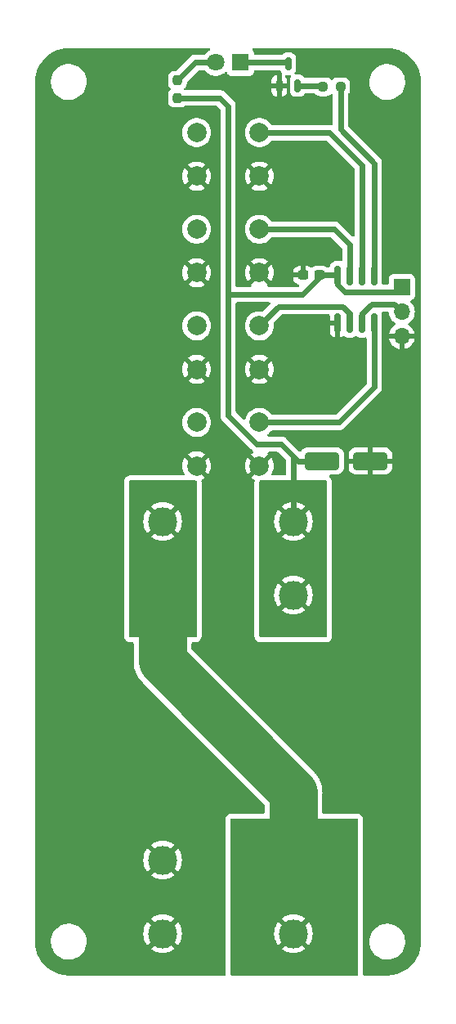
<source format=gbr>
%TF.GenerationSoftware,KiCad,Pcbnew,7.0.7*%
%TF.CreationDate,2023-09-19T19:11:47-04:00*%
%TF.ProjectId,lasko_ir_remote,6c61736b-6f5f-4697-925f-72656d6f7465,rev?*%
%TF.SameCoordinates,PX7b06240PY29020c0*%
%TF.FileFunction,Copper,L2,Bot*%
%TF.FilePolarity,Positive*%
%FSLAX46Y46*%
G04 Gerber Fmt 4.6, Leading zero omitted, Abs format (unit mm)*
G04 Created by KiCad (PCBNEW 7.0.7) date 2023-09-19 19:11:47*
%MOMM*%
%LPD*%
G01*
G04 APERTURE LIST*
G04 Aperture macros list*
%AMRoundRect*
0 Rectangle with rounded corners*
0 $1 Rounding radius*
0 $2 $3 $4 $5 $6 $7 $8 $9 X,Y pos of 4 corners*
0 Add a 4 corners polygon primitive as box body*
4,1,4,$2,$3,$4,$5,$6,$7,$8,$9,$2,$3,0*
0 Add four circle primitives for the rounded corners*
1,1,$1+$1,$2,$3*
1,1,$1+$1,$4,$5*
1,1,$1+$1,$6,$7*
1,1,$1+$1,$8,$9*
0 Add four rect primitives between the rounded corners*
20,1,$1+$1,$2,$3,$4,$5,0*
20,1,$1+$1,$4,$5,$6,$7,0*
20,1,$1+$1,$6,$7,$8,$9,0*
20,1,$1+$1,$8,$9,$2,$3,0*%
G04 Aperture macros list end*
%TA.AperFunction,ComponentPad*%
%ADD10C,3.000000*%
%TD*%
%TA.AperFunction,ComponentPad*%
%ADD11C,2.000000*%
%TD*%
%TA.AperFunction,ComponentPad*%
%ADD12R,1.800000X1.800000*%
%TD*%
%TA.AperFunction,ComponentPad*%
%ADD13C,1.800000*%
%TD*%
%TA.AperFunction,ComponentPad*%
%ADD14R,1.700000X1.700000*%
%TD*%
%TA.AperFunction,ComponentPad*%
%ADD15O,1.700000X1.700000*%
%TD*%
%TA.AperFunction,SMDPad,CuDef*%
%ADD16RoundRect,0.150000X-0.150000X0.825000X-0.150000X-0.825000X0.150000X-0.825000X0.150000X0.825000X0*%
%TD*%
%TA.AperFunction,SMDPad,CuDef*%
%ADD17RoundRect,0.237500X0.250000X0.237500X-0.250000X0.237500X-0.250000X-0.237500X0.250000X-0.237500X0*%
%TD*%
%TA.AperFunction,SMDPad,CuDef*%
%ADD18RoundRect,0.237500X0.237500X-0.250000X0.237500X0.250000X-0.237500X0.250000X-0.237500X-0.250000X0*%
%TD*%
%TA.AperFunction,SMDPad,CuDef*%
%ADD19RoundRect,0.237500X0.300000X0.237500X-0.300000X0.237500X-0.300000X-0.237500X0.300000X-0.237500X0*%
%TD*%
%TA.AperFunction,SMDPad,CuDef*%
%ADD20RoundRect,0.250000X-1.500000X-0.650000X1.500000X-0.650000X1.500000X0.650000X-1.500000X0.650000X0*%
%TD*%
%TA.AperFunction,SMDPad,CuDef*%
%ADD21RoundRect,0.150000X0.150000X-0.512500X0.150000X0.512500X-0.150000X0.512500X-0.150000X-0.512500X0*%
%TD*%
%TA.AperFunction,Conductor*%
%ADD22C,0.600000*%
%TD*%
%TA.AperFunction,Conductor*%
%ADD23C,5.000000*%
%TD*%
G04 APERTURE END LIST*
D10*
%TO.P,BT2,1,+*%
%TO.N,Net-(BT1--)*%
X14225000Y-50000000D03*
X14225000Y-57620000D03*
%TO.P,BT2,2,-*%
%TO.N,GND*%
X14225000Y-85050000D03*
X14225000Y-92670000D03*
%TD*%
%TO.P,BT1,2,-*%
%TO.N,Net-(BT1--)*%
X27775000Y-92670000D03*
X27775000Y-85050000D03*
%TO.P,BT1,1,+*%
%TO.N,VCC*%
X27775000Y-57620000D03*
X27775000Y-50000000D03*
%TD*%
D11*
%TO.P,SW1,1,1*%
%TO.N,N/C*%
X17750000Y-9750000D03*
%TO.N,/BUTTON_3*%
X24250000Y-9750000D03*
%TO.P,SW1,2,2*%
%TO.N,GND*%
X17750000Y-14250000D03*
X24250000Y-14250000D03*
%TD*%
%TO.P,SW3,1,1*%
%TO.N,N/C*%
X17750000Y-29750000D03*
%TO.N,/BUTTON_1*%
X24250000Y-29750000D03*
%TO.P,SW3,2,2*%
%TO.N,GND*%
X17750000Y-34250000D03*
X24250000Y-34250000D03*
%TD*%
D12*
%TO.P,D1,1,K*%
%TO.N,Net-(D1-K)*%
X22275000Y-2475000D03*
D13*
%TO.P,D1,2,A*%
%TO.N,Net-(D1-A)*%
X19735000Y-2475000D03*
%TD*%
D14*
%TO.P,J1,1,Pin_1*%
%TO.N,VCC*%
X39000000Y-25750000D03*
D15*
%TO.P,J1,2,Pin_2*%
%TO.N,/~{RESET}*%
X39000000Y-28290000D03*
%TO.P,J1,3,Pin_3*%
%TO.N,GND*%
X39000000Y-30830000D03*
%TD*%
D11*
%TO.P,SW4,1,1*%
%TO.N,N/C*%
X17750000Y-39750000D03*
%TO.N,/BUTTON_0*%
X24250000Y-39750000D03*
%TO.P,SW4,2,2*%
%TO.N,GND*%
X17750000Y-44250000D03*
X24250000Y-44250000D03*
%TD*%
%TO.P,SW2,1,1*%
%TO.N,N/C*%
X17750000Y-19750000D03*
%TO.N,/BUTTON_2*%
X24250000Y-19750000D03*
%TO.P,SW2,2,2*%
%TO.N,GND*%
X17750000Y-24250000D03*
X24250000Y-24250000D03*
%TD*%
D16*
%TO.P,U1,1,VCC*%
%TO.N,VCC*%
X32345000Y-24525000D03*
%TO.P,U1,2,PA6*%
%TO.N,/BUTTON_2*%
X33615000Y-24525000D03*
%TO.P,U1,3,PA7*%
%TO.N,/BUTTON_3*%
X34885000Y-24525000D03*
%TO.P,U1,4,PA1*%
%TO.N,/IR_CTRL*%
X36155000Y-24525000D03*
%TO.P,U1,5,PA2*%
%TO.N,/BUTTON_0*%
X36155000Y-29475000D03*
%TO.P,U1,6,~{RESET}/PA0*%
%TO.N,/~{RESET}*%
X34885000Y-29475000D03*
%TO.P,U1,7,PA3*%
%TO.N,/BUTTON_1*%
X33615000Y-29475000D03*
%TO.P,U1,8,GND*%
%TO.N,GND*%
X32345000Y-29475000D03*
%TD*%
D17*
%TO.P,R1,1*%
%TO.N,/IR_CTRL*%
X32662500Y-5000000D03*
%TO.P,R1,2*%
%TO.N,Net-(Q1-B)*%
X30837500Y-5000000D03*
%TD*%
D18*
%TO.P,R2,1*%
%TO.N,VCC*%
X15750000Y-6162500D03*
%TO.P,R2,2*%
%TO.N,Net-(D1-A)*%
X15750000Y-4337500D03*
%TD*%
D19*
%TO.P,C1,2*%
%TO.N,GND*%
X28775000Y-24500000D03*
%TO.P,C1,1*%
%TO.N,VCC*%
X30500000Y-24500000D03*
%TD*%
D20*
%TO.P,D2,1,K*%
%TO.N,VCC*%
X30750000Y-43750000D03*
%TO.P,D2,2,A*%
%TO.N,GND*%
X35750000Y-43750000D03*
%TD*%
D21*
%TO.P,Q1,1,B*%
%TO.N,Net-(Q1-B)*%
X28200000Y-4887500D03*
%TO.P,Q1,2,E*%
%TO.N,GND*%
X26300000Y-4887500D03*
%TO.P,Q1,3,C*%
%TO.N,Net-(D1-K)*%
X27250000Y-2612500D03*
%TD*%
D22*
%TO.N,Net-(Q1-B)*%
X28200000Y-4887500D02*
X30725000Y-4887500D01*
X30725000Y-4887500D02*
X30837500Y-5000000D01*
%TO.N,Net-(D1-K)*%
X22275000Y-2475000D02*
X27112500Y-2475000D01*
X27112500Y-2475000D02*
X27250000Y-2612500D01*
%TO.N,/IR_CTRL*%
X32662500Y-9421918D02*
X32662500Y-5000000D01*
X36155000Y-24525000D02*
X36155000Y-12914418D01*
X36155000Y-12914418D02*
X32662500Y-9421918D01*
%TO.N,Net-(D1-A)*%
X19735000Y-2475000D02*
X17612500Y-2475000D01*
X17612500Y-2475000D02*
X15750000Y-4337500D01*
%TO.N,VCC*%
X21000000Y-26500000D02*
X21000000Y-7000000D01*
X15750000Y-6162500D02*
X20162500Y-6162500D01*
X20162500Y-6162500D02*
X21000000Y-7000000D01*
X30750000Y-43750000D02*
X28250000Y-43750000D01*
X28250000Y-43750000D02*
X27775000Y-43275000D01*
X39000000Y-25750000D02*
X38496000Y-26254000D01*
X38496000Y-26254000D02*
X33090551Y-26254000D01*
X33090551Y-26254000D02*
X32345000Y-25508449D01*
X32345000Y-25508449D02*
X32345000Y-24525000D01*
%TO.N,/~{RESET}*%
X34885000Y-29475000D02*
X34885000Y-28491551D01*
X34885000Y-28491551D02*
X35876551Y-27500000D01*
X35876551Y-27500000D02*
X38210000Y-27500000D01*
X38210000Y-27500000D02*
X39000000Y-28290000D01*
%TO.N,VCC*%
X21000000Y-39000000D02*
X21000000Y-26500000D01*
X30500000Y-24500000D02*
X30500000Y-24714693D01*
X30500000Y-24714693D02*
X28714693Y-26500000D01*
X28714693Y-26500000D02*
X21000000Y-26500000D01*
X27775000Y-50000000D02*
X27775000Y-43275000D01*
X24000000Y-42000000D02*
X21000000Y-39000000D01*
X27775000Y-43275000D02*
X26500000Y-42000000D01*
X26500000Y-42000000D02*
X24000000Y-42000000D01*
%TO.N,/BUTTON_0*%
X36155000Y-29475000D02*
X36155000Y-36095000D01*
X36155000Y-36095000D02*
X32500000Y-39750000D01*
X32500000Y-39750000D02*
X24250000Y-39750000D01*
%TO.N,/BUTTON_1*%
X33615000Y-29475000D02*
X33615000Y-28491551D01*
X33615000Y-28491551D02*
X32869449Y-27746000D01*
X32869449Y-27746000D02*
X26254000Y-27746000D01*
X26254000Y-27746000D02*
X24250000Y-29750000D01*
%TO.N,/BUTTON_3*%
X34885000Y-24525000D02*
X34885000Y-13135000D01*
X34885000Y-13135000D02*
X31500000Y-9750000D01*
X31500000Y-9750000D02*
X24250000Y-9750000D01*
%TO.N,/BUTTON_2*%
X33615000Y-24525000D02*
X33615000Y-21365000D01*
X33615000Y-21365000D02*
X32000000Y-19750000D01*
X32000000Y-19750000D02*
X24250000Y-19750000D01*
%TO.N,VCC*%
X30500000Y-24500000D02*
X32320000Y-24500000D01*
X32320000Y-24500000D02*
X32345000Y-24525000D01*
D23*
%TO.N,Net-(BT1--)*%
X14225000Y-57620000D02*
X14225000Y-64475000D01*
X14225000Y-64475000D02*
X27775000Y-78025000D01*
X27775000Y-78025000D02*
X27775000Y-85050000D01*
%TD*%
%TA.AperFunction,Conductor*%
%TO.N,GND*%
G36*
X19094459Y-1020185D02*
G01*
X19140214Y-1072989D01*
X19150158Y-1142147D01*
X19121133Y-1205703D01*
X19086437Y-1233555D01*
X18966376Y-1298528D01*
X18966365Y-1298535D01*
X18783222Y-1441081D01*
X18783219Y-1441084D01*
X18783216Y-1441086D01*
X18783216Y-1441087D01*
X18704015Y-1527123D01*
X18626019Y-1611849D01*
X18621791Y-1618321D01*
X18568645Y-1663678D01*
X18517982Y-1674500D01*
X17702694Y-1674500D01*
X17522306Y-1674500D01*
X17516388Y-1675850D01*
X17481589Y-1683791D01*
X17474735Y-1684955D01*
X17433243Y-1689632D01*
X17393839Y-1703419D01*
X17387158Y-1705344D01*
X17346435Y-1714641D01*
X17308808Y-1732759D01*
X17302385Y-1735420D01*
X17262981Y-1749210D01*
X17262975Y-1749212D01*
X17227622Y-1771425D01*
X17221536Y-1774789D01*
X17183914Y-1792907D01*
X17151268Y-1818941D01*
X17145596Y-1822965D01*
X17110239Y-1845182D01*
X17110236Y-1845185D01*
X17041930Y-1913487D01*
X17041928Y-1913492D01*
X15642239Y-3313181D01*
X15580916Y-3346666D01*
X15554559Y-3349500D01*
X15463331Y-3349500D01*
X15463312Y-3349501D01*
X15362247Y-3359825D01*
X15198484Y-3414092D01*
X15198481Y-3414093D01*
X15051648Y-3504661D01*
X14929661Y-3626648D01*
X14839093Y-3773481D01*
X14839091Y-3773486D01*
X14838424Y-3775500D01*
X14784826Y-3937247D01*
X14784826Y-3937248D01*
X14784825Y-3937248D01*
X14774500Y-4038315D01*
X14774500Y-4636669D01*
X14774501Y-4636687D01*
X14784825Y-4737752D01*
X14839092Y-4901515D01*
X14839093Y-4901518D01*
X14929661Y-5048351D01*
X15043629Y-5162319D01*
X15077114Y-5223642D01*
X15072130Y-5293334D01*
X15043629Y-5337681D01*
X14929661Y-5451648D01*
X14839093Y-5598481D01*
X14839091Y-5598486D01*
X14818577Y-5660393D01*
X14784826Y-5762247D01*
X14784826Y-5762248D01*
X14784825Y-5762248D01*
X14774500Y-5863315D01*
X14774500Y-6461669D01*
X14774501Y-6461687D01*
X14784825Y-6562752D01*
X14839092Y-6726515D01*
X14839093Y-6726518D01*
X14843672Y-6733941D01*
X14929660Y-6873350D01*
X15051650Y-6995340D01*
X15198484Y-7085908D01*
X15362247Y-7140174D01*
X15463323Y-7150500D01*
X16036676Y-7150499D01*
X16036684Y-7150498D01*
X16036687Y-7150498D01*
X16092030Y-7144844D01*
X16137753Y-7140174D01*
X16301516Y-7085908D01*
X16448350Y-6995340D01*
X16448352Y-6995338D01*
X16454013Y-6990862D01*
X16455775Y-6993091D01*
X16505694Y-6965834D01*
X16532052Y-6963000D01*
X19779560Y-6963000D01*
X19846599Y-6982685D01*
X19867241Y-6999319D01*
X20163181Y-7295259D01*
X20196666Y-7356582D01*
X20199500Y-7382940D01*
X20199500Y-26451564D01*
X20199110Y-26458502D01*
X20194435Y-26500000D01*
X20199110Y-26541496D01*
X20199500Y-26548435D01*
X20199500Y-39090191D01*
X20199501Y-39090200D01*
X20208791Y-39130908D01*
X20209955Y-39137763D01*
X20214632Y-39179259D01*
X20228420Y-39218662D01*
X20230345Y-39225345D01*
X20239639Y-39266061D01*
X20257759Y-39303688D01*
X20260421Y-39310114D01*
X20274212Y-39349525D01*
X20296422Y-39384872D01*
X20299787Y-39390959D01*
X20317910Y-39428589D01*
X20343940Y-39461229D01*
X20347966Y-39466904D01*
X20360223Y-39486410D01*
X20370184Y-39502262D01*
X20402174Y-39534252D01*
X23367841Y-42499918D01*
X23367851Y-42499929D01*
X23370183Y-42502261D01*
X23370184Y-42502262D01*
X23497738Y-42629816D01*
X23497740Y-42629817D01*
X23497741Y-42629818D01*
X23500663Y-42631654D01*
X23533103Y-42652037D01*
X23538768Y-42656057D01*
X23571414Y-42682092D01*
X23577253Y-42684903D01*
X23629114Y-42731723D01*
X23647430Y-42799149D01*
X23626386Y-42865774D01*
X23582474Y-42905680D01*
X23426765Y-42989945D01*
X23379942Y-43026388D01*
X23379942Y-43026390D01*
X23956833Y-43603280D01*
X23990318Y-43664603D01*
X23985334Y-43734294D01*
X23947408Y-43787148D01*
X23844262Y-43871064D01*
X23844258Y-43871069D01*
X23793947Y-43942343D01*
X23739204Y-43985760D01*
X23669679Y-43992689D01*
X23607444Y-43960930D01*
X23604962Y-43958515D01*
X23026564Y-43380116D01*
X22926267Y-43533632D01*
X22826412Y-43761282D01*
X22765387Y-44002261D01*
X22765385Y-44002270D01*
X22744859Y-44249994D01*
X22744859Y-44250005D01*
X22765385Y-44497729D01*
X22765387Y-44497738D01*
X22826412Y-44738717D01*
X22926266Y-44966364D01*
X23026564Y-45119882D01*
X23601482Y-44544964D01*
X23662805Y-44511479D01*
X23732496Y-44516463D01*
X23788430Y-44558334D01*
X23791514Y-44563249D01*
X23791549Y-44563225D01*
X23796441Y-44570156D01*
X23899637Y-44680651D01*
X23899638Y-44680652D01*
X23934698Y-44701973D01*
X23981749Y-44753623D01*
X23993407Y-44822513D01*
X23965970Y-44886770D01*
X23957950Y-44895601D01*
X23379942Y-45473609D01*
X23426768Y-45510055D01*
X23426770Y-45510056D01*
X23645385Y-45628364D01*
X23645388Y-45628366D01*
X23676478Y-45639039D01*
X23733494Y-45679425D01*
X23759625Y-45744224D01*
X23758954Y-45773967D01*
X23744500Y-45874500D01*
X23744500Y-48552915D01*
X23744500Y-49999998D01*
X23744500Y-51447083D01*
X23744500Y-56172915D01*
X23744500Y-57619998D01*
X23744500Y-59067083D01*
X23744500Y-61876000D01*
X23744501Y-61876009D01*
X23756052Y-61983450D01*
X23756054Y-61983462D01*
X23767260Y-62034972D01*
X23801383Y-62137497D01*
X23801386Y-62137503D01*
X23879171Y-62258537D01*
X23879179Y-62258548D01*
X23924923Y-62311340D01*
X23924926Y-62311343D01*
X23924930Y-62311347D01*
X24033664Y-62405567D01*
X24033667Y-62405568D01*
X24033668Y-62405569D01*
X24127925Y-62448616D01*
X24164541Y-62465338D01*
X24209357Y-62478497D01*
X24231575Y-62485022D01*
X24231580Y-62485023D01*
X24231584Y-62485024D01*
X24374000Y-62505500D01*
X24374003Y-62505500D01*
X31125990Y-62505500D01*
X31126000Y-62505500D01*
X31233456Y-62493947D01*
X31284967Y-62482741D01*
X31319197Y-62471347D01*
X31387497Y-62448616D01*
X31387501Y-62448613D01*
X31387504Y-62448613D01*
X31508543Y-62370825D01*
X31561347Y-62325070D01*
X31655567Y-62216336D01*
X31715338Y-62085459D01*
X31735023Y-62018420D01*
X31735024Y-62018416D01*
X31755500Y-61876000D01*
X31755500Y-45874000D01*
X31743947Y-45766544D01*
X31732741Y-45715033D01*
X31727599Y-45699584D01*
X31698616Y-45612502D01*
X31698613Y-45612496D01*
X31647950Y-45533664D01*
X31620825Y-45491457D01*
X31605360Y-45473609D01*
X31575074Y-45438657D01*
X31575071Y-45438654D01*
X31493777Y-45368211D01*
X31456003Y-45309433D01*
X31456003Y-45239563D01*
X31493778Y-45180785D01*
X31557334Y-45151761D01*
X31574976Y-45150499D01*
X32300008Y-45150499D01*
X32402797Y-45139999D01*
X32569334Y-45084814D01*
X32718656Y-44992712D01*
X32842712Y-44868656D01*
X32934814Y-44719334D01*
X32989999Y-44552797D01*
X33000500Y-44450009D01*
X33000500Y-44000000D01*
X33500001Y-44000000D01*
X33500001Y-44449986D01*
X33510494Y-44552697D01*
X33565641Y-44719119D01*
X33565643Y-44719124D01*
X33657684Y-44868345D01*
X33781654Y-44992315D01*
X33930875Y-45084356D01*
X33930880Y-45084358D01*
X34097302Y-45139505D01*
X34097309Y-45139506D01*
X34200019Y-45149999D01*
X35499999Y-45149999D01*
X35500000Y-45149998D01*
X35500000Y-44000000D01*
X36000000Y-44000000D01*
X36000000Y-45149999D01*
X37299972Y-45149999D01*
X37299986Y-45149998D01*
X37402697Y-45139505D01*
X37569119Y-45084358D01*
X37569124Y-45084356D01*
X37718345Y-44992315D01*
X37842315Y-44868345D01*
X37934356Y-44719124D01*
X37934358Y-44719119D01*
X37989505Y-44552697D01*
X37989506Y-44552690D01*
X37999999Y-44449986D01*
X38000000Y-44449973D01*
X38000000Y-44000000D01*
X36000000Y-44000000D01*
X35500000Y-44000000D01*
X33500001Y-44000000D01*
X33000500Y-44000000D01*
X33000499Y-43500000D01*
X33500000Y-43500000D01*
X35500000Y-43500000D01*
X35500000Y-42350000D01*
X36000000Y-42350000D01*
X36000000Y-43500000D01*
X37999999Y-43500000D01*
X37999999Y-43050028D01*
X37999998Y-43050013D01*
X37989505Y-42947302D01*
X37934358Y-42780880D01*
X37934356Y-42780875D01*
X37842315Y-42631654D01*
X37718345Y-42507684D01*
X37569124Y-42415643D01*
X37569119Y-42415641D01*
X37402697Y-42360494D01*
X37402690Y-42360493D01*
X37299986Y-42350000D01*
X36000000Y-42350000D01*
X35500000Y-42350000D01*
X34200028Y-42350000D01*
X34200012Y-42350001D01*
X34097302Y-42360494D01*
X33930880Y-42415641D01*
X33930875Y-42415643D01*
X33781654Y-42507684D01*
X33657684Y-42631654D01*
X33565643Y-42780875D01*
X33565641Y-42780880D01*
X33510494Y-42947302D01*
X33510493Y-42947309D01*
X33500000Y-43050013D01*
X33500000Y-43500000D01*
X33000499Y-43500000D01*
X33000499Y-43049992D01*
X32989999Y-42947203D01*
X32934814Y-42780666D01*
X32842712Y-42631344D01*
X32718656Y-42507288D01*
X32569334Y-42415186D01*
X32402797Y-42360001D01*
X32402795Y-42360000D01*
X32300010Y-42349500D01*
X29199998Y-42349500D01*
X29199981Y-42349501D01*
X29097203Y-42360000D01*
X29097200Y-42360001D01*
X28930668Y-42415185D01*
X28930663Y-42415187D01*
X28781342Y-42507289D01*
X28657288Y-42631343D01*
X28657285Y-42631347D01*
X28589357Y-42741476D01*
X28537409Y-42788201D01*
X28468447Y-42799422D01*
X28404365Y-42771579D01*
X28396138Y-42764060D01*
X27002262Y-41370184D01*
X27002259Y-41370182D01*
X26966904Y-41347966D01*
X26961229Y-41343940D01*
X26928589Y-41317910D01*
X26890959Y-41299787D01*
X26884872Y-41296422D01*
X26849525Y-41274212D01*
X26810114Y-41260421D01*
X26803688Y-41257759D01*
X26766061Y-41239639D01*
X26725345Y-41230345D01*
X26718662Y-41228420D01*
X26679259Y-41214632D01*
X26637763Y-41209955D01*
X26630908Y-41208791D01*
X26590200Y-41199501D01*
X26590196Y-41199500D01*
X26590194Y-41199500D01*
X26590191Y-41199500D01*
X25191847Y-41199500D01*
X25124808Y-41179815D01*
X25079053Y-41127011D01*
X25069109Y-41057853D01*
X25098134Y-40994297D01*
X25115678Y-40977651D01*
X25269744Y-40857738D01*
X25438164Y-40674785D01*
X25482659Y-40606679D01*
X25535806Y-40561322D01*
X25586469Y-40550500D01*
X32590194Y-40550500D01*
X32630903Y-40541208D01*
X32637760Y-40540043D01*
X32679255Y-40535368D01*
X32718680Y-40521571D01*
X32725321Y-40519658D01*
X32766061Y-40510360D01*
X32803693Y-40492236D01*
X32810105Y-40489580D01*
X32849522Y-40475789D01*
X32884889Y-40453565D01*
X32890961Y-40450209D01*
X32928587Y-40432091D01*
X32961236Y-40406052D01*
X32966895Y-40402037D01*
X33002262Y-40379816D01*
X33129816Y-40252262D01*
X36752827Y-36629251D01*
X36784816Y-36597262D01*
X36807036Y-36561896D01*
X36811054Y-36556234D01*
X36837092Y-36523586D01*
X36855211Y-36485961D01*
X36858570Y-36479881D01*
X36880789Y-36444522D01*
X36894581Y-36405107D01*
X36897244Y-36398679D01*
X36915360Y-36361061D01*
X36924658Y-36320321D01*
X36926571Y-36313680D01*
X36940368Y-36274255D01*
X36945043Y-36232760D01*
X36946208Y-36225905D01*
X36947726Y-36219249D01*
X36955500Y-36185194D01*
X36955500Y-36004805D01*
X36955500Y-29430046D01*
X36955500Y-28584306D01*
X36952598Y-28547431D01*
X36946201Y-28525413D01*
X36926934Y-28459095D01*
X36927133Y-28389226D01*
X36965075Y-28330556D01*
X37028713Y-28301712D01*
X37046010Y-28300500D01*
X37531635Y-28300500D01*
X37598674Y-28320185D01*
X37644429Y-28372989D01*
X37655163Y-28413692D01*
X37664936Y-28525403D01*
X37664938Y-28525413D01*
X37726094Y-28753655D01*
X37726096Y-28753659D01*
X37726097Y-28753663D01*
X37825964Y-28967829D01*
X37825965Y-28967830D01*
X37825967Y-28967834D01*
X37961501Y-29161395D01*
X37961506Y-29161402D01*
X38128597Y-29328493D01*
X38128603Y-29328498D01*
X38314594Y-29458730D01*
X38358219Y-29513307D01*
X38365413Y-29582805D01*
X38333890Y-29645160D01*
X38314595Y-29661880D01*
X38128922Y-29791890D01*
X38128920Y-29791891D01*
X37961891Y-29958920D01*
X37961886Y-29958926D01*
X37826400Y-30152420D01*
X37826399Y-30152422D01*
X37726570Y-30366507D01*
X37726567Y-30366513D01*
X37669364Y-30579999D01*
X37669364Y-30580000D01*
X38386653Y-30580000D01*
X38453692Y-30599685D01*
X38499447Y-30652489D01*
X38509391Y-30721647D01*
X38505631Y-30738933D01*
X38500000Y-30758111D01*
X38500000Y-30901888D01*
X38505631Y-30921067D01*
X38505630Y-30990936D01*
X38467855Y-31049714D01*
X38404299Y-31078738D01*
X38386653Y-31080000D01*
X37669364Y-31080000D01*
X37726567Y-31293486D01*
X37726570Y-31293492D01*
X37826399Y-31507578D01*
X37961894Y-31701082D01*
X38128917Y-31868105D01*
X38322421Y-32003600D01*
X38536507Y-32103429D01*
X38536516Y-32103433D01*
X38750000Y-32160634D01*
X38750000Y-31442301D01*
X38769685Y-31375262D01*
X38822489Y-31329507D01*
X38891647Y-31319563D01*
X38964237Y-31330000D01*
X38964238Y-31330000D01*
X39035762Y-31330000D01*
X39035763Y-31330000D01*
X39108353Y-31319563D01*
X39177512Y-31329507D01*
X39230315Y-31375262D01*
X39250000Y-31442301D01*
X39250000Y-32160633D01*
X39463483Y-32103433D01*
X39463492Y-32103429D01*
X39677578Y-32003600D01*
X39871082Y-31868105D01*
X40038105Y-31701082D01*
X40173600Y-31507578D01*
X40273429Y-31293492D01*
X40273432Y-31293486D01*
X40330636Y-31080000D01*
X39613347Y-31080000D01*
X39546308Y-31060315D01*
X39500553Y-31007511D01*
X39490609Y-30938353D01*
X39494369Y-30921067D01*
X39500000Y-30901888D01*
X39500000Y-30758111D01*
X39494369Y-30738933D01*
X39494370Y-30669064D01*
X39532145Y-30610286D01*
X39595701Y-30581262D01*
X39613347Y-30580000D01*
X40330636Y-30580000D01*
X40330635Y-30579999D01*
X40273432Y-30366513D01*
X40273429Y-30366507D01*
X40173600Y-30152422D01*
X40173599Y-30152420D01*
X40038113Y-29958926D01*
X40038108Y-29958920D01*
X39871078Y-29791890D01*
X39685405Y-29661879D01*
X39641780Y-29607302D01*
X39634588Y-29537804D01*
X39666110Y-29475449D01*
X39685406Y-29458730D01*
X39726371Y-29430046D01*
X39871401Y-29328495D01*
X40038495Y-29161401D01*
X40174035Y-28967830D01*
X40273903Y-28753663D01*
X40335063Y-28525408D01*
X40355659Y-28290000D01*
X40355169Y-28284405D01*
X40335063Y-28054596D01*
X40335063Y-28054592D01*
X40273903Y-27826337D01*
X40174035Y-27612171D01*
X40054983Y-27442147D01*
X40038496Y-27418600D01*
X39992885Y-27372989D01*
X39916567Y-27296671D01*
X39883084Y-27235351D01*
X39888068Y-27165659D01*
X39929939Y-27109725D01*
X39960915Y-27092810D01*
X40092331Y-27043796D01*
X40207546Y-26957546D01*
X40293796Y-26842331D01*
X40344091Y-26707483D01*
X40350500Y-26647873D01*
X40350499Y-24852128D01*
X40344091Y-24792517D01*
X40341904Y-24786654D01*
X40293797Y-24657671D01*
X40293793Y-24657664D01*
X40207547Y-24542455D01*
X40207544Y-24542452D01*
X40092335Y-24456206D01*
X40092328Y-24456202D01*
X39957482Y-24405908D01*
X39957483Y-24405908D01*
X39897883Y-24399501D01*
X39897881Y-24399500D01*
X39897873Y-24399500D01*
X39897864Y-24399500D01*
X38102129Y-24399500D01*
X38102123Y-24399501D01*
X38042516Y-24405908D01*
X37907671Y-24456202D01*
X37907664Y-24456206D01*
X37792455Y-24542452D01*
X37792452Y-24542455D01*
X37706206Y-24657664D01*
X37706202Y-24657671D01*
X37655908Y-24792517D01*
X37651299Y-24835395D01*
X37649501Y-24852123D01*
X37649500Y-24852135D01*
X37649500Y-25329500D01*
X37629815Y-25396539D01*
X37577011Y-25442294D01*
X37525500Y-25453500D01*
X37079500Y-25453500D01*
X37012461Y-25433815D01*
X36966706Y-25381011D01*
X36955500Y-25329500D01*
X36955500Y-12824225D01*
X36955500Y-12824224D01*
X36946207Y-12783511D01*
X36945042Y-12776651D01*
X36940368Y-12735163D01*
X36936210Y-12723280D01*
X36926576Y-12695746D01*
X36924653Y-12689073D01*
X36915360Y-12648357D01*
X36904872Y-12626579D01*
X36897239Y-12610728D01*
X36894576Y-12604299D01*
X36880789Y-12564896D01*
X36880787Y-12564893D01*
X36880787Y-12564892D01*
X36875233Y-12556055D01*
X36858569Y-12529534D01*
X36855218Y-12523472D01*
X36837092Y-12485831D01*
X36811048Y-12453173D01*
X36807032Y-12447513D01*
X36784816Y-12412156D01*
X36657262Y-12284602D01*
X35230398Y-10857738D01*
X33499319Y-9126658D01*
X33465834Y-9065335D01*
X33463000Y-9038977D01*
X33463000Y-5782052D01*
X33482685Y-5715013D01*
X33491281Y-5704344D01*
X33490862Y-5704013D01*
X33495338Y-5698352D01*
X33495340Y-5698350D01*
X33585908Y-5551516D01*
X33640174Y-5387753D01*
X33650500Y-5286677D01*
X33650499Y-4713324D01*
X33649437Y-4702931D01*
X33640174Y-4612247D01*
X33625433Y-4567763D01*
X35645787Y-4567763D01*
X35675413Y-4837013D01*
X35675415Y-4837024D01*
X35743926Y-5099082D01*
X35743928Y-5099088D01*
X35849870Y-5348390D01*
X35973838Y-5551518D01*
X35990979Y-5579605D01*
X35990986Y-5579615D01*
X36164253Y-5787819D01*
X36164259Y-5787824D01*
X36301629Y-5910907D01*
X36365998Y-5968582D01*
X36591910Y-6118044D01*
X36837176Y-6233020D01*
X36837183Y-6233022D01*
X36837185Y-6233023D01*
X37096557Y-6311057D01*
X37096564Y-6311058D01*
X37096569Y-6311060D01*
X37364561Y-6350500D01*
X37364566Y-6350500D01*
X37567636Y-6350500D01*
X37619133Y-6346730D01*
X37770156Y-6335677D01*
X37882758Y-6310593D01*
X38034546Y-6276782D01*
X38034548Y-6276781D01*
X38034553Y-6276780D01*
X38287558Y-6180014D01*
X38523777Y-6047441D01*
X38738177Y-5881888D01*
X38926186Y-5686881D01*
X39083799Y-5466579D01*
X39195150Y-5250000D01*
X39207649Y-5225690D01*
X39207651Y-5225684D01*
X39207656Y-5225675D01*
X39295118Y-4969305D01*
X39344319Y-4702933D01*
X39354212Y-4432235D01*
X39324586Y-4162982D01*
X39256072Y-3900912D01*
X39150130Y-3651610D01*
X39009018Y-3420390D01*
X38979896Y-3385396D01*
X38835746Y-3212180D01*
X38835740Y-3212175D01*
X38634002Y-3031418D01*
X38408092Y-2881957D01*
X38408090Y-2881956D01*
X38162824Y-2766980D01*
X38162819Y-2766978D01*
X38162814Y-2766976D01*
X37903442Y-2688942D01*
X37903428Y-2688939D01*
X37787791Y-2671921D01*
X37635439Y-2649500D01*
X37432369Y-2649500D01*
X37432364Y-2649500D01*
X37229844Y-2664323D01*
X37229831Y-2664325D01*
X36965453Y-2723217D01*
X36965446Y-2723220D01*
X36712439Y-2819987D01*
X36476226Y-2952557D01*
X36476224Y-2952558D01*
X36476223Y-2952559D01*
X36413893Y-3000688D01*
X36261822Y-3118112D01*
X36073822Y-3313109D01*
X36073816Y-3313116D01*
X35916202Y-3533419D01*
X35916199Y-3533424D01*
X35792350Y-3774309D01*
X35792343Y-3774327D01*
X35704884Y-4030685D01*
X35704881Y-4030699D01*
X35680449Y-4162975D01*
X35660232Y-4272431D01*
X35655681Y-4297068D01*
X35655680Y-4297075D01*
X35645787Y-4567763D01*
X33625433Y-4567763D01*
X33618036Y-4545440D01*
X33585908Y-4448484D01*
X33495340Y-4301650D01*
X33373350Y-4179660D01*
X33226516Y-4089092D01*
X33062753Y-4034826D01*
X33062751Y-4034825D01*
X32961678Y-4024500D01*
X32363330Y-4024500D01*
X32363312Y-4024501D01*
X32262247Y-4034825D01*
X32098484Y-4089092D01*
X32098481Y-4089093D01*
X31951648Y-4179661D01*
X31837681Y-4293629D01*
X31776358Y-4327114D01*
X31706666Y-4322130D01*
X31662319Y-4293629D01*
X31548351Y-4179661D01*
X31548351Y-4179660D01*
X31548350Y-4179660D01*
X31401516Y-4089092D01*
X31237753Y-4034826D01*
X31237751Y-4034825D01*
X31136678Y-4024500D01*
X30538330Y-4024500D01*
X30538312Y-4024501D01*
X30437247Y-4034825D01*
X30437244Y-4034826D01*
X30298791Y-4080706D01*
X30259787Y-4087000D01*
X29006149Y-4087000D01*
X28939110Y-4067315D01*
X28899417Y-4026121D01*
X28868083Y-3973138D01*
X28868076Y-3973129D01*
X28751870Y-3856923D01*
X28751862Y-3856917D01*
X28612209Y-3774327D01*
X28610398Y-3773256D01*
X28610397Y-3773255D01*
X28610396Y-3773255D01*
X28610393Y-3773254D01*
X28452573Y-3727402D01*
X28452567Y-3727401D01*
X28415696Y-3724500D01*
X28415694Y-3724500D01*
X28017895Y-3724500D01*
X27950856Y-3704815D01*
X27905101Y-3652011D01*
X27895157Y-3582853D01*
X27915671Y-3534503D01*
X27914110Y-3533580D01*
X27928698Y-3508913D01*
X28001744Y-3385398D01*
X28047598Y-3227569D01*
X28050500Y-3190694D01*
X28050500Y-2034306D01*
X28049805Y-2025480D01*
X28047598Y-1997432D01*
X28047597Y-1997426D01*
X28001745Y-1839606D01*
X28001744Y-1839603D01*
X28001744Y-1839602D01*
X27918081Y-1698135D01*
X27918079Y-1698133D01*
X27918076Y-1698129D01*
X27801870Y-1581923D01*
X27801862Y-1581917D01*
X27660396Y-1498255D01*
X27660393Y-1498254D01*
X27502573Y-1452402D01*
X27502567Y-1452401D01*
X27465696Y-1449500D01*
X27465694Y-1449500D01*
X27034306Y-1449500D01*
X27034304Y-1449500D01*
X26997432Y-1452401D01*
X26997426Y-1452402D01*
X26839606Y-1498254D01*
X26839603Y-1498255D01*
X26698137Y-1581917D01*
X26698133Y-1581920D01*
X26678043Y-1602011D01*
X26641871Y-1638182D01*
X26580551Y-1671666D01*
X26554192Y-1674500D01*
X23799499Y-1674500D01*
X23732460Y-1654815D01*
X23686705Y-1602011D01*
X23675499Y-1550500D01*
X23675499Y-1527129D01*
X23675498Y-1527123D01*
X23671492Y-1489858D01*
X23669091Y-1467517D01*
X23663453Y-1452402D01*
X23618797Y-1332671D01*
X23618793Y-1332664D01*
X23532547Y-1217455D01*
X23527273Y-1212181D01*
X23493788Y-1150858D01*
X23498772Y-1081166D01*
X23540644Y-1025233D01*
X23606108Y-1000816D01*
X23614954Y-1000500D01*
X37498471Y-1000500D01*
X37501513Y-1000575D01*
X37567131Y-1003797D01*
X37652481Y-1007990D01*
X37846607Y-1018164D01*
X37852409Y-1018745D01*
X38021733Y-1043862D01*
X38197594Y-1071716D01*
X38202929Y-1072804D01*
X38372209Y-1115206D01*
X38541341Y-1160525D01*
X38546122Y-1162018D01*
X38711894Y-1221332D01*
X38874263Y-1283660D01*
X38878543Y-1285492D01*
X38964073Y-1325944D01*
X39038476Y-1361134D01*
X39133415Y-1409508D01*
X39192992Y-1439864D01*
X39196720Y-1441928D01*
X39214195Y-1452402D01*
X39348969Y-1533182D01*
X39494262Y-1627537D01*
X39497428Y-1629736D01*
X39640323Y-1735714D01*
X39774975Y-1844752D01*
X39777594Y-1846997D01*
X39908517Y-1965658D01*
X39910721Y-1967757D01*
X40032241Y-2089277D01*
X40034340Y-2091481D01*
X40153001Y-2222404D01*
X40155246Y-2225023D01*
X40264285Y-2359676D01*
X40370262Y-2502570D01*
X40372461Y-2505736D01*
X40466822Y-2651038D01*
X40558070Y-2803278D01*
X40560133Y-2807006D01*
X40638868Y-2961529D01*
X40714506Y-3121455D01*
X40716342Y-3125746D01*
X40778672Y-3288120D01*
X40799621Y-3346666D01*
X40837970Y-3453847D01*
X40839479Y-3458678D01*
X40884793Y-3627790D01*
X40927191Y-3797056D01*
X40928286Y-3802424D01*
X40956145Y-3978317D01*
X40981250Y-4147560D01*
X40981836Y-4153416D01*
X40992011Y-4347561D01*
X40999425Y-4498488D01*
X40999500Y-4501530D01*
X40999500Y-93498469D01*
X40999425Y-93501511D01*
X40992011Y-93652438D01*
X40981836Y-93846582D01*
X40981250Y-93852438D01*
X40956145Y-94021682D01*
X40928286Y-94197574D01*
X40927191Y-94202942D01*
X40884793Y-94372209D01*
X40839479Y-94541320D01*
X40837967Y-94546163D01*
X40778672Y-94711879D01*
X40716342Y-94874252D01*
X40714507Y-94878543D01*
X40638868Y-95038470D01*
X40560133Y-95192992D01*
X40558070Y-95196720D01*
X40466822Y-95348961D01*
X40372461Y-95494262D01*
X40370262Y-95497428D01*
X40264285Y-95640323D01*
X40155245Y-95774975D01*
X40153001Y-95777594D01*
X40034340Y-95908517D01*
X40032241Y-95910721D01*
X39910721Y-96032241D01*
X39908517Y-96034340D01*
X39777594Y-96153001D01*
X39774975Y-96155245D01*
X39640323Y-96264285D01*
X39497428Y-96370262D01*
X39494262Y-96372461D01*
X39348961Y-96466822D01*
X39196720Y-96558070D01*
X39192992Y-96560133D01*
X39038470Y-96638868D01*
X38878543Y-96714507D01*
X38874252Y-96716342D01*
X38711879Y-96778672D01*
X38546163Y-96837967D01*
X38541320Y-96839479D01*
X38372209Y-96884793D01*
X38202942Y-96927191D01*
X38197574Y-96928286D01*
X38021682Y-96956145D01*
X37852438Y-96981250D01*
X37846582Y-96981836D01*
X37652438Y-96992011D01*
X37501513Y-96999425D01*
X37498470Y-96999500D01*
X35129500Y-96999500D01*
X35062461Y-96979815D01*
X35016706Y-96927011D01*
X35005500Y-96875500D01*
X35005500Y-93567763D01*
X35645787Y-93567763D01*
X35675413Y-93837013D01*
X35675415Y-93837024D01*
X35723691Y-94021682D01*
X35743928Y-94099088D01*
X35849870Y-94348390D01*
X35967614Y-94541320D01*
X35990979Y-94579605D01*
X35990986Y-94579615D01*
X36164253Y-94787819D01*
X36164259Y-94787824D01*
X36260719Y-94874252D01*
X36365998Y-94968582D01*
X36591910Y-95118044D01*
X36837176Y-95233020D01*
X36837183Y-95233022D01*
X36837185Y-95233023D01*
X37096557Y-95311057D01*
X37096564Y-95311058D01*
X37096569Y-95311060D01*
X37364561Y-95350500D01*
X37364566Y-95350500D01*
X37567636Y-95350500D01*
X37619133Y-95346730D01*
X37770156Y-95335677D01*
X37882758Y-95310593D01*
X38034546Y-95276782D01*
X38034548Y-95276781D01*
X38034553Y-95276780D01*
X38287558Y-95180014D01*
X38523777Y-95047441D01*
X38738177Y-94881888D01*
X38926186Y-94686881D01*
X39083799Y-94466579D01*
X39157787Y-94322669D01*
X39207649Y-94225690D01*
X39207651Y-94225684D01*
X39207656Y-94225675D01*
X39295118Y-93969305D01*
X39344319Y-93702933D01*
X39354212Y-93432235D01*
X39324586Y-93162982D01*
X39256072Y-92900912D01*
X39150130Y-92651610D01*
X39009018Y-92420390D01*
X38919747Y-92313119D01*
X38835746Y-92212180D01*
X38835740Y-92212175D01*
X38634002Y-92031418D01*
X38408092Y-91881957D01*
X38345182Y-91852466D01*
X38162824Y-91766980D01*
X38162819Y-91766978D01*
X38162814Y-91766976D01*
X37903442Y-91688942D01*
X37903428Y-91688939D01*
X37787791Y-91671921D01*
X37635439Y-91649500D01*
X37432369Y-91649500D01*
X37432364Y-91649500D01*
X37229844Y-91664323D01*
X37229831Y-91664325D01*
X36965453Y-91723217D01*
X36965446Y-91723220D01*
X36712439Y-91819987D01*
X36476226Y-91952557D01*
X36476224Y-91952558D01*
X36476223Y-91952559D01*
X36413893Y-92000688D01*
X36261822Y-92118112D01*
X36073822Y-92313109D01*
X36073816Y-92313116D01*
X35916202Y-92533419D01*
X35916199Y-92533424D01*
X35792350Y-92774309D01*
X35792343Y-92774327D01*
X35704884Y-93030685D01*
X35704881Y-93030699D01*
X35655681Y-93297068D01*
X35655680Y-93297075D01*
X35645787Y-93567763D01*
X35005500Y-93567763D01*
X35005500Y-80874009D01*
X35005500Y-80874000D01*
X34993947Y-80766544D01*
X34982741Y-80715033D01*
X34982637Y-80714722D01*
X34948616Y-80612502D01*
X34948613Y-80612496D01*
X34870828Y-80491462D01*
X34870825Y-80491457D01*
X34870820Y-80491451D01*
X34825076Y-80438659D01*
X34825072Y-80438656D01*
X34825070Y-80438653D01*
X34716336Y-80344433D01*
X34716333Y-80344431D01*
X34716331Y-80344430D01*
X34585465Y-80284664D01*
X34585460Y-80284662D01*
X34585459Y-80284662D01*
X34562858Y-80278025D01*
X34518425Y-80264978D01*
X34518419Y-80264976D01*
X34432966Y-80252690D01*
X34376000Y-80244500D01*
X34375998Y-80244500D01*
X30899500Y-80244500D01*
X30832461Y-80224815D01*
X30786706Y-80172011D01*
X30775500Y-80120500D01*
X30775500Y-78158716D01*
X30775736Y-78153309D01*
X30779313Y-78112426D01*
X30779314Y-78112416D01*
X30775500Y-77981342D01*
X30775500Y-77937695D01*
X30772962Y-77894120D01*
X30769148Y-77763046D01*
X30763194Y-77722409D01*
X30762647Y-77717042D01*
X30760263Y-77676077D01*
X30737497Y-77546968D01*
X30718492Y-77417221D01*
X30718492Y-77417218D01*
X30707864Y-77377556D01*
X30706695Y-77372285D01*
X30699569Y-77331864D01*
X30661969Y-77206271D01*
X30628030Y-77079609D01*
X30628028Y-77079603D01*
X30628028Y-77079602D01*
X30621253Y-77062551D01*
X30612867Y-77041443D01*
X30611101Y-77036363D01*
X30599326Y-76997029D01*
X30547394Y-76876637D01*
X30498985Y-76754785D01*
X30488330Y-76735024D01*
X30479505Y-76718656D01*
X30477146Y-76713785D01*
X30460895Y-76676109D01*
X30460886Y-76676091D01*
X30395328Y-76562541D01*
X30333106Y-76447142D01*
X30333105Y-76447141D01*
X30309556Y-76413508D01*
X30306656Y-76408957D01*
X30286130Y-76373404D01*
X30207822Y-76268219D01*
X30132628Y-76160830D01*
X30105342Y-76130168D01*
X30101925Y-76125973D01*
X30098510Y-76121387D01*
X30077412Y-76093047D01*
X29987429Y-75997670D01*
X29958408Y-75965060D01*
X29927536Y-75934187D01*
X29890345Y-75894768D01*
X29837558Y-75838817D01*
X29837550Y-75838810D01*
X29806113Y-75812431D01*
X29802134Y-75808786D01*
X17261819Y-63268471D01*
X17228334Y-63207148D01*
X17225500Y-63180790D01*
X17225500Y-62629500D01*
X17245185Y-62562461D01*
X17297989Y-62516706D01*
X17349500Y-62505500D01*
X17625990Y-62505500D01*
X17626000Y-62505500D01*
X17733456Y-62493947D01*
X17784967Y-62482741D01*
X17819197Y-62471347D01*
X17887497Y-62448616D01*
X17887501Y-62448613D01*
X17887504Y-62448613D01*
X18008543Y-62370825D01*
X18061347Y-62325070D01*
X18155567Y-62216336D01*
X18215338Y-62085459D01*
X18235023Y-62018420D01*
X18235024Y-62018416D01*
X18255500Y-61876000D01*
X18255500Y-45874500D01*
X18244086Y-45768341D01*
X18256491Y-45699584D01*
X18304101Y-45648447D01*
X18327114Y-45637806D01*
X18354607Y-45628367D01*
X18354614Y-45628364D01*
X18573228Y-45510057D01*
X18573231Y-45510055D01*
X18620056Y-45473609D01*
X18043165Y-44896718D01*
X18009680Y-44835395D01*
X18014664Y-44765703D01*
X18052588Y-44712853D01*
X18155739Y-44628934D01*
X18206052Y-44557655D01*
X18260793Y-44514239D01*
X18330318Y-44507310D01*
X18392553Y-44539068D01*
X18395037Y-44541484D01*
X18973434Y-45119882D01*
X19073731Y-44966369D01*
X19173587Y-44738717D01*
X19234612Y-44497738D01*
X19234614Y-44497729D01*
X19255141Y-44250005D01*
X19255141Y-44249994D01*
X19234614Y-44002270D01*
X19234612Y-44002261D01*
X19173587Y-43761282D01*
X19073731Y-43533630D01*
X18973434Y-43380116D01*
X18398517Y-43955034D01*
X18337194Y-43988519D01*
X18267502Y-43983535D01*
X18211569Y-43941663D01*
X18208486Y-43936750D01*
X18208451Y-43936775D01*
X18203558Y-43929843D01*
X18148661Y-43871064D01*
X18100362Y-43819348D01*
X18065300Y-43798026D01*
X18018248Y-43746374D01*
X18006591Y-43677484D01*
X18034029Y-43613227D01*
X18042048Y-43604397D01*
X18620056Y-43026389D01*
X18573229Y-42989943D01*
X18354614Y-42871635D01*
X18354603Y-42871630D01*
X18119493Y-42790916D01*
X17874293Y-42750000D01*
X17625707Y-42750000D01*
X17380506Y-42790916D01*
X17145396Y-42871630D01*
X17145390Y-42871632D01*
X16926761Y-42989949D01*
X16879942Y-43026388D01*
X16879942Y-43026390D01*
X17456833Y-43603280D01*
X17490318Y-43664603D01*
X17485334Y-43734294D01*
X17447408Y-43787148D01*
X17344262Y-43871064D01*
X17344258Y-43871069D01*
X17293947Y-43942343D01*
X17239204Y-43985760D01*
X17169679Y-43992689D01*
X17107444Y-43960930D01*
X17104962Y-43958515D01*
X16526564Y-43380116D01*
X16426267Y-43533632D01*
X16326412Y-43761282D01*
X16265387Y-44002261D01*
X16265385Y-44002270D01*
X16244859Y-44249994D01*
X16244859Y-44250005D01*
X16265385Y-44497729D01*
X16265387Y-44497738D01*
X16326412Y-44738717D01*
X16426267Y-44966367D01*
X16482657Y-45052679D01*
X16502845Y-45119569D01*
X16483664Y-45186754D01*
X16431205Y-45232904D01*
X16378848Y-45244500D01*
X10874000Y-45244500D01*
X10873991Y-45244500D01*
X10873990Y-45244501D01*
X10766549Y-45256052D01*
X10766537Y-45256054D01*
X10715027Y-45267260D01*
X10612502Y-45301383D01*
X10612496Y-45301386D01*
X10491462Y-45379171D01*
X10491451Y-45379179D01*
X10438659Y-45424923D01*
X10344433Y-45533664D01*
X10344430Y-45533668D01*
X10284664Y-45664534D01*
X10264978Y-45731575D01*
X10264976Y-45731580D01*
X10258882Y-45773967D01*
X10244500Y-45874000D01*
X10244500Y-48552915D01*
X10244500Y-49999998D01*
X10244500Y-51447083D01*
X10244500Y-56172915D01*
X10244500Y-57619998D01*
X10244500Y-59067083D01*
X10244500Y-61876000D01*
X10244501Y-61876009D01*
X10256052Y-61983450D01*
X10256054Y-61983462D01*
X10267260Y-62034972D01*
X10301383Y-62137497D01*
X10301386Y-62137503D01*
X10379171Y-62258537D01*
X10379179Y-62258548D01*
X10424923Y-62311340D01*
X10424926Y-62311343D01*
X10424930Y-62311347D01*
X10533664Y-62405567D01*
X10533667Y-62405568D01*
X10533668Y-62405569D01*
X10627925Y-62448616D01*
X10664541Y-62465338D01*
X10709357Y-62478497D01*
X10731575Y-62485022D01*
X10731580Y-62485023D01*
X10731584Y-62485024D01*
X10874000Y-62505500D01*
X11100500Y-62505500D01*
X11167539Y-62525185D01*
X11213294Y-62577989D01*
X11224500Y-62629500D01*
X11224500Y-64341283D01*
X11224264Y-64346690D01*
X11220686Y-64387573D01*
X11224500Y-64518658D01*
X11224500Y-64562302D01*
X11227037Y-64605880D01*
X11230852Y-64736954D01*
X11236802Y-64777575D01*
X11237352Y-64782958D01*
X11239738Y-64823928D01*
X11239739Y-64823935D01*
X11262502Y-64953031D01*
X11281508Y-65082782D01*
X11292131Y-65122429D01*
X11293302Y-65127710D01*
X11300431Y-65168136D01*
X11300433Y-65168142D01*
X11338036Y-65293748D01*
X11371969Y-65420385D01*
X11371972Y-65420395D01*
X11387123Y-65458532D01*
X11388899Y-65463641D01*
X11400671Y-65502965D01*
X11452610Y-65623373D01*
X11501016Y-65745218D01*
X11520494Y-65781342D01*
X11522852Y-65786212D01*
X11539111Y-65823904D01*
X11539115Y-65823912D01*
X11604671Y-65937458D01*
X11666892Y-66052856D01*
X11690436Y-66086481D01*
X11693343Y-66091043D01*
X11713868Y-66126593D01*
X11713869Y-66126596D01*
X11792177Y-66231780D01*
X11867367Y-66339164D01*
X11894652Y-66369825D01*
X11898068Y-66374018D01*
X11922588Y-66406953D01*
X12012570Y-66502329D01*
X12041590Y-66534937D01*
X12041590Y-66534938D01*
X12072463Y-66565812D01*
X12102456Y-66597601D01*
X12162442Y-66661183D01*
X12193887Y-66687568D01*
X12197875Y-66691223D01*
X24738182Y-79231530D01*
X24771666Y-79292851D01*
X24774500Y-79319209D01*
X24774500Y-80120500D01*
X24754815Y-80187539D01*
X24702011Y-80233294D01*
X24650500Y-80244500D01*
X21374000Y-80244500D01*
X21373991Y-80244500D01*
X21373990Y-80244501D01*
X21266549Y-80256052D01*
X21266537Y-80256054D01*
X21215027Y-80267260D01*
X21112502Y-80301383D01*
X21112496Y-80301386D01*
X20991462Y-80379171D01*
X20991451Y-80379179D01*
X20938659Y-80424923D01*
X20844433Y-80533664D01*
X20844430Y-80533668D01*
X20784664Y-80664534D01*
X20764978Y-80731575D01*
X20764976Y-80731580D01*
X20748595Y-80845516D01*
X20744502Y-80873990D01*
X20744500Y-80874001D01*
X20744500Y-96875500D01*
X20724815Y-96942539D01*
X20672011Y-96988294D01*
X20620500Y-96999500D01*
X4501530Y-96999500D01*
X4498488Y-96999425D01*
X4347561Y-96992011D01*
X4153416Y-96981836D01*
X4147560Y-96981250D01*
X3978317Y-96956145D01*
X3802424Y-96928286D01*
X3797056Y-96927191D01*
X3627790Y-96884793D01*
X3458678Y-96839479D01*
X3453847Y-96837970D01*
X3347307Y-96799850D01*
X3288120Y-96778672D01*
X3125746Y-96716342D01*
X3121455Y-96714506D01*
X2961529Y-96638868D01*
X2807006Y-96560133D01*
X2803278Y-96558070D01*
X2651038Y-96466822D01*
X2505736Y-96372461D01*
X2502570Y-96370262D01*
X2359676Y-96264285D01*
X2225023Y-96155246D01*
X2222404Y-96153001D01*
X2091481Y-96034340D01*
X2089277Y-96032241D01*
X1967757Y-95910721D01*
X1965658Y-95908517D01*
X1846997Y-95777594D01*
X1844752Y-95774975D01*
X1735714Y-95640323D01*
X1629736Y-95497428D01*
X1627537Y-95494262D01*
X1533177Y-95348961D01*
X1441928Y-95196720D01*
X1439864Y-95192992D01*
X1401675Y-95118042D01*
X1361131Y-95038470D01*
X1325944Y-94964073D01*
X1285492Y-94878543D01*
X1283656Y-94874252D01*
X1250479Y-94787824D01*
X1221327Y-94711879D01*
X1162018Y-94546122D01*
X1160525Y-94541341D01*
X1115206Y-94372209D01*
X1072804Y-94202929D01*
X1071716Y-94197594D01*
X1043854Y-94021682D01*
X1018745Y-93852409D01*
X1018164Y-93846607D01*
X1007989Y-93652438D01*
X1003829Y-93567763D01*
X2645787Y-93567763D01*
X2675413Y-93837013D01*
X2675415Y-93837024D01*
X2723691Y-94021682D01*
X2743928Y-94099088D01*
X2849870Y-94348390D01*
X2967614Y-94541320D01*
X2990979Y-94579605D01*
X2990986Y-94579615D01*
X3164253Y-94787819D01*
X3164259Y-94787824D01*
X3260719Y-94874252D01*
X3365998Y-94968582D01*
X3591910Y-95118044D01*
X3837176Y-95233020D01*
X3837183Y-95233022D01*
X3837185Y-95233023D01*
X4096557Y-95311057D01*
X4096564Y-95311058D01*
X4096569Y-95311060D01*
X4364561Y-95350500D01*
X4364566Y-95350500D01*
X4567636Y-95350500D01*
X4619133Y-95346730D01*
X4770156Y-95335677D01*
X4882758Y-95310593D01*
X5034546Y-95276782D01*
X5034548Y-95276781D01*
X5034553Y-95276780D01*
X5287558Y-95180014D01*
X5523777Y-95047441D01*
X5738177Y-94881888D01*
X5926186Y-94686881D01*
X6083799Y-94466579D01*
X6157787Y-94322669D01*
X6207649Y-94225690D01*
X6207651Y-94225684D01*
X6207656Y-94225675D01*
X6295118Y-93969305D01*
X6344319Y-93702933D01*
X6354212Y-93432235D01*
X6324586Y-93162982D01*
X6256072Y-92900912D01*
X6157945Y-92670001D01*
X12219891Y-92670001D01*
X12240300Y-92955362D01*
X12301109Y-93234895D01*
X12401091Y-93502958D01*
X12538191Y-93754038D01*
X12538196Y-93754046D01*
X12644882Y-93896561D01*
X12644883Y-93896562D01*
X13336390Y-93205055D01*
X13397713Y-93171570D01*
X13467404Y-93176554D01*
X13523338Y-93218426D01*
X13524388Y-93219849D01*
X13559958Y-93268806D01*
X13559962Y-93268811D01*
X13683746Y-93380265D01*
X13720395Y-93439751D01*
X13719065Y-93509608D01*
X13688455Y-93560096D01*
X12998436Y-94250114D01*
X12998436Y-94250115D01*
X13140960Y-94356807D01*
X13140961Y-94356808D01*
X13392042Y-94493908D01*
X13392041Y-94493908D01*
X13660104Y-94593890D01*
X13939637Y-94654699D01*
X14224999Y-94675109D01*
X14225001Y-94675109D01*
X14510362Y-94654699D01*
X14789895Y-94593890D01*
X15057958Y-94493908D01*
X15309047Y-94356803D01*
X15451561Y-94250116D01*
X15451562Y-94250115D01*
X14761544Y-93560097D01*
X14728059Y-93498774D01*
X14733043Y-93429082D01*
X14766253Y-93380266D01*
X14890037Y-93268811D01*
X14890038Y-93268809D01*
X14890042Y-93268806D01*
X14925610Y-93219849D01*
X14980937Y-93177185D01*
X15050551Y-93171205D01*
X15112346Y-93203811D01*
X15113608Y-93205055D01*
X15805115Y-93896562D01*
X15805116Y-93896561D01*
X15911803Y-93754047D01*
X16048908Y-93502958D01*
X16148890Y-93234895D01*
X16209699Y-92955362D01*
X16230109Y-92670001D01*
X16230109Y-92669998D01*
X16209699Y-92384637D01*
X16148890Y-92105104D01*
X16048908Y-91837041D01*
X15911808Y-91585961D01*
X15911807Y-91585960D01*
X15805115Y-91443436D01*
X15805114Y-91443436D01*
X15113608Y-92134943D01*
X15052285Y-92168428D01*
X14982593Y-92163444D01*
X14926660Y-92121572D01*
X14925609Y-92120148D01*
X14914679Y-92105104D01*
X14890042Y-92071194D01*
X14890039Y-92071191D01*
X14890037Y-92071188D01*
X14766252Y-91959733D01*
X14729603Y-91900247D01*
X14730933Y-91830390D01*
X14761543Y-91779902D01*
X15451562Y-91089883D01*
X15451561Y-91089882D01*
X15309046Y-90983196D01*
X15309038Y-90983191D01*
X15057957Y-90846091D01*
X15057958Y-90846091D01*
X14789895Y-90746109D01*
X14510362Y-90685300D01*
X14225001Y-90664891D01*
X14224999Y-90664891D01*
X13939637Y-90685300D01*
X13660104Y-90746109D01*
X13392041Y-90846091D01*
X13140961Y-90983191D01*
X13140953Y-90983196D01*
X12998436Y-91089882D01*
X12998436Y-91089883D01*
X13688455Y-91779902D01*
X13721940Y-91841225D01*
X13716956Y-91910917D01*
X13683747Y-91959733D01*
X13559959Y-92071192D01*
X13524390Y-92120149D01*
X13469059Y-92162815D01*
X13399446Y-92168793D01*
X13337651Y-92136187D01*
X13336391Y-92134944D01*
X12644883Y-91443436D01*
X12644882Y-91443436D01*
X12538196Y-91585953D01*
X12538191Y-91585961D01*
X12401091Y-91837041D01*
X12301109Y-92105104D01*
X12240300Y-92384637D01*
X12219891Y-92669998D01*
X12219891Y-92670001D01*
X6157945Y-92670001D01*
X6150130Y-92651610D01*
X6009018Y-92420390D01*
X5919747Y-92313119D01*
X5835746Y-92212180D01*
X5835740Y-92212175D01*
X5634002Y-92031418D01*
X5408092Y-91881957D01*
X5345182Y-91852466D01*
X5162824Y-91766980D01*
X5162819Y-91766978D01*
X5162814Y-91766976D01*
X4903442Y-91688942D01*
X4903428Y-91688939D01*
X4787791Y-91671921D01*
X4635439Y-91649500D01*
X4432369Y-91649500D01*
X4432364Y-91649500D01*
X4229844Y-91664323D01*
X4229831Y-91664325D01*
X3965453Y-91723217D01*
X3965446Y-91723220D01*
X3712439Y-91819987D01*
X3476226Y-91952557D01*
X3476224Y-91952558D01*
X3476223Y-91952559D01*
X3413893Y-92000688D01*
X3261822Y-92118112D01*
X3073822Y-92313109D01*
X3073816Y-92313116D01*
X2916202Y-92533419D01*
X2916199Y-92533424D01*
X2792350Y-92774309D01*
X2792343Y-92774327D01*
X2704884Y-93030685D01*
X2704881Y-93030699D01*
X2655681Y-93297068D01*
X2655680Y-93297075D01*
X2645787Y-93567763D01*
X1003829Y-93567763D01*
X1002728Y-93545346D01*
X1000575Y-93501513D01*
X1000500Y-93498471D01*
X1000500Y-85050001D01*
X12219891Y-85050001D01*
X12240300Y-85335362D01*
X12301109Y-85614895D01*
X12401091Y-85882958D01*
X12538191Y-86134038D01*
X12538196Y-86134046D01*
X12644882Y-86276561D01*
X12644883Y-86276562D01*
X13336390Y-85585055D01*
X13397713Y-85551570D01*
X13467404Y-85556554D01*
X13523338Y-85598426D01*
X13524388Y-85599849D01*
X13559958Y-85648806D01*
X13559962Y-85648811D01*
X13683746Y-85760265D01*
X13720395Y-85819751D01*
X13719065Y-85889608D01*
X13688455Y-85940096D01*
X12998436Y-86630114D01*
X12998436Y-86630115D01*
X13140960Y-86736807D01*
X13140961Y-86736808D01*
X13392042Y-86873908D01*
X13392041Y-86873908D01*
X13660104Y-86973890D01*
X13939637Y-87034699D01*
X14224999Y-87055109D01*
X14225001Y-87055109D01*
X14510362Y-87034699D01*
X14789895Y-86973890D01*
X15057958Y-86873908D01*
X15309047Y-86736803D01*
X15451561Y-86630116D01*
X15451562Y-86630115D01*
X14761544Y-85940097D01*
X14728059Y-85878774D01*
X14733043Y-85809082D01*
X14766253Y-85760266D01*
X14890037Y-85648811D01*
X14890038Y-85648809D01*
X14890042Y-85648806D01*
X14925610Y-85599849D01*
X14980937Y-85557185D01*
X15050551Y-85551205D01*
X15112346Y-85583811D01*
X15113608Y-85585055D01*
X15805115Y-86276562D01*
X15805116Y-86276561D01*
X15911803Y-86134047D01*
X16048908Y-85882958D01*
X16148890Y-85614895D01*
X16209699Y-85335362D01*
X16230109Y-85050001D01*
X16230109Y-85049998D01*
X16209699Y-84764637D01*
X16148890Y-84485104D01*
X16048908Y-84217041D01*
X15911808Y-83965961D01*
X15911807Y-83965960D01*
X15805115Y-83823436D01*
X15805114Y-83823436D01*
X15113608Y-84514943D01*
X15052285Y-84548428D01*
X14982593Y-84543444D01*
X14926660Y-84501572D01*
X14925609Y-84500148D01*
X14914679Y-84485104D01*
X14890042Y-84451194D01*
X14890039Y-84451191D01*
X14890037Y-84451188D01*
X14766252Y-84339733D01*
X14729603Y-84280247D01*
X14730933Y-84210390D01*
X14761543Y-84159902D01*
X15451562Y-83469883D01*
X15451561Y-83469882D01*
X15309046Y-83363196D01*
X15309038Y-83363191D01*
X15057957Y-83226091D01*
X15057958Y-83226091D01*
X14789895Y-83126109D01*
X14510362Y-83065300D01*
X14225001Y-83044891D01*
X14224999Y-83044891D01*
X13939637Y-83065300D01*
X13660104Y-83126109D01*
X13392041Y-83226091D01*
X13140961Y-83363191D01*
X13140953Y-83363196D01*
X12998436Y-83469882D01*
X12998436Y-83469883D01*
X13688455Y-84159902D01*
X13721940Y-84221225D01*
X13716956Y-84290917D01*
X13683747Y-84339733D01*
X13559959Y-84451192D01*
X13524390Y-84500149D01*
X13469059Y-84542815D01*
X13399446Y-84548793D01*
X13337651Y-84516187D01*
X13336391Y-84514944D01*
X12644883Y-83823436D01*
X12644882Y-83823436D01*
X12538196Y-83965953D01*
X12538191Y-83965961D01*
X12401091Y-84217041D01*
X12301109Y-84485104D01*
X12240300Y-84764637D01*
X12219891Y-85049998D01*
X12219891Y-85050001D01*
X1000500Y-85050001D01*
X1000500Y-39750005D01*
X16244357Y-39750005D01*
X16264890Y-39997812D01*
X16264892Y-39997824D01*
X16325936Y-40238881D01*
X16425826Y-40466606D01*
X16561833Y-40674782D01*
X16561836Y-40674785D01*
X16730256Y-40857738D01*
X16926491Y-41010474D01*
X17145190Y-41128828D01*
X17380386Y-41209571D01*
X17625665Y-41250500D01*
X17874335Y-41250500D01*
X18119614Y-41209571D01*
X18354810Y-41128828D01*
X18573509Y-41010474D01*
X18769744Y-40857738D01*
X18938164Y-40674785D01*
X19074173Y-40466607D01*
X19174063Y-40238881D01*
X19235108Y-39997821D01*
X19255643Y-39750000D01*
X19245104Y-39622817D01*
X19235109Y-39502187D01*
X19235107Y-39502175D01*
X19174063Y-39261118D01*
X19074173Y-39033393D01*
X18938166Y-38825217D01*
X18916557Y-38801744D01*
X18769744Y-38642262D01*
X18573509Y-38489526D01*
X18573507Y-38489525D01*
X18573506Y-38489524D01*
X18354811Y-38371172D01*
X18354802Y-38371169D01*
X18119616Y-38290429D01*
X17874335Y-38249500D01*
X17625665Y-38249500D01*
X17380383Y-38290429D01*
X17145197Y-38371169D01*
X17145188Y-38371172D01*
X16926493Y-38489524D01*
X16730257Y-38642261D01*
X16561833Y-38825217D01*
X16425826Y-39033393D01*
X16325936Y-39261118D01*
X16264892Y-39502175D01*
X16264890Y-39502187D01*
X16244357Y-39749994D01*
X16244357Y-39750005D01*
X1000500Y-39750005D01*
X1000500Y-34250005D01*
X16244859Y-34250005D01*
X16265385Y-34497729D01*
X16265387Y-34497738D01*
X16326412Y-34738717D01*
X16426266Y-34966364D01*
X16526564Y-35119882D01*
X17101482Y-34544964D01*
X17162805Y-34511479D01*
X17232496Y-34516463D01*
X17288430Y-34558334D01*
X17291514Y-34563249D01*
X17291549Y-34563225D01*
X17296441Y-34570156D01*
X17399637Y-34680651D01*
X17399638Y-34680652D01*
X17434698Y-34701973D01*
X17481749Y-34753623D01*
X17493407Y-34822513D01*
X17465970Y-34886770D01*
X17457950Y-34895601D01*
X16879942Y-35473609D01*
X16926768Y-35510055D01*
X16926770Y-35510056D01*
X17145385Y-35628364D01*
X17145396Y-35628369D01*
X17380506Y-35709083D01*
X17625707Y-35750000D01*
X17874293Y-35750000D01*
X18119493Y-35709083D01*
X18354603Y-35628369D01*
X18354614Y-35628364D01*
X18573228Y-35510057D01*
X18573231Y-35510055D01*
X18620056Y-35473609D01*
X18043165Y-34896718D01*
X18009680Y-34835395D01*
X18014664Y-34765703D01*
X18052588Y-34712853D01*
X18155739Y-34628934D01*
X18206052Y-34557655D01*
X18260793Y-34514239D01*
X18330318Y-34507310D01*
X18392553Y-34539068D01*
X18395037Y-34541484D01*
X18973434Y-35119882D01*
X19073731Y-34966369D01*
X19173587Y-34738717D01*
X19234612Y-34497738D01*
X19234614Y-34497729D01*
X19255141Y-34250005D01*
X19255141Y-34249994D01*
X19234614Y-34002270D01*
X19234612Y-34002261D01*
X19173587Y-33761282D01*
X19073731Y-33533630D01*
X18973434Y-33380116D01*
X18398517Y-33955034D01*
X18337194Y-33988519D01*
X18267502Y-33983535D01*
X18211569Y-33941663D01*
X18208486Y-33936750D01*
X18208451Y-33936775D01*
X18203558Y-33929843D01*
X18148661Y-33871064D01*
X18100362Y-33819348D01*
X18065300Y-33798026D01*
X18018248Y-33746374D01*
X18006591Y-33677484D01*
X18034029Y-33613227D01*
X18042048Y-33604397D01*
X18620056Y-33026389D01*
X18573229Y-32989943D01*
X18354614Y-32871635D01*
X18354603Y-32871630D01*
X18119493Y-32790916D01*
X17874293Y-32750000D01*
X17625707Y-32750000D01*
X17380506Y-32790916D01*
X17145396Y-32871630D01*
X17145390Y-32871632D01*
X16926761Y-32989949D01*
X16879942Y-33026388D01*
X16879942Y-33026390D01*
X17456833Y-33603280D01*
X17490318Y-33664603D01*
X17485334Y-33734294D01*
X17447408Y-33787148D01*
X17344262Y-33871064D01*
X17344258Y-33871069D01*
X17293947Y-33942343D01*
X17239204Y-33985760D01*
X17169679Y-33992689D01*
X17107444Y-33960930D01*
X17104962Y-33958515D01*
X16526564Y-33380116D01*
X16426267Y-33533632D01*
X16326412Y-33761282D01*
X16265387Y-34002261D01*
X16265385Y-34002270D01*
X16244859Y-34249994D01*
X16244859Y-34250005D01*
X1000500Y-34250005D01*
X1000500Y-29750005D01*
X16244357Y-29750005D01*
X16264890Y-29997812D01*
X16264892Y-29997824D01*
X16325936Y-30238881D01*
X16425826Y-30466606D01*
X16561833Y-30674782D01*
X16561836Y-30674785D01*
X16730256Y-30857738D01*
X16926491Y-31010474D01*
X17145190Y-31128828D01*
X17380386Y-31209571D01*
X17625665Y-31250500D01*
X17874335Y-31250500D01*
X18119614Y-31209571D01*
X18354810Y-31128828D01*
X18573509Y-31010474D01*
X18769744Y-30857738D01*
X18938164Y-30674785D01*
X19074173Y-30466607D01*
X19174063Y-30238881D01*
X19235108Y-29997821D01*
X19238331Y-29958926D01*
X19255643Y-29750005D01*
X19255643Y-29749994D01*
X19235109Y-29502187D01*
X19235107Y-29502178D01*
X19213465Y-29416714D01*
X19174063Y-29261118D01*
X19074173Y-29033393D01*
X18938166Y-28825217D01*
X18916557Y-28801744D01*
X18769744Y-28642262D01*
X18573509Y-28489526D01*
X18573507Y-28489525D01*
X18573506Y-28489524D01*
X18354811Y-28371172D01*
X18354802Y-28371169D01*
X18119616Y-28290429D01*
X17874335Y-28249500D01*
X17625665Y-28249500D01*
X17380383Y-28290429D01*
X17145197Y-28371169D01*
X17145188Y-28371172D01*
X16926493Y-28489524D01*
X16730257Y-28642261D01*
X16561833Y-28825217D01*
X16425826Y-29033393D01*
X16325936Y-29261118D01*
X16264892Y-29502175D01*
X16264890Y-29502187D01*
X16244357Y-29749994D01*
X16244357Y-29750005D01*
X1000500Y-29750005D01*
X1000500Y-24250000D01*
X16244859Y-24250000D01*
X16265385Y-24497729D01*
X16265387Y-24497738D01*
X16326412Y-24738717D01*
X16426266Y-24966364D01*
X16526564Y-25119882D01*
X17101482Y-24544964D01*
X17162805Y-24511479D01*
X17232496Y-24516463D01*
X17288430Y-24558334D01*
X17291514Y-24563249D01*
X17291549Y-24563225D01*
X17296441Y-24570156D01*
X17378173Y-24657669D01*
X17399638Y-24680652D01*
X17434698Y-24701973D01*
X17481749Y-24753623D01*
X17493407Y-24822513D01*
X17465970Y-24886770D01*
X17457950Y-24895601D01*
X16879942Y-25473609D01*
X16926768Y-25510055D01*
X16926770Y-25510056D01*
X17145385Y-25628364D01*
X17145396Y-25628369D01*
X17380506Y-25709083D01*
X17625707Y-25750000D01*
X17874293Y-25750000D01*
X18119493Y-25709083D01*
X18354603Y-25628369D01*
X18354614Y-25628364D01*
X18573228Y-25510057D01*
X18573231Y-25510055D01*
X18620056Y-25473609D01*
X18043165Y-24896718D01*
X18009680Y-24835395D01*
X18014664Y-24765703D01*
X18052588Y-24712853D01*
X18155739Y-24628934D01*
X18206052Y-24557655D01*
X18260793Y-24514239D01*
X18330318Y-24507310D01*
X18392553Y-24539068D01*
X18395037Y-24541484D01*
X18973434Y-25119882D01*
X19073731Y-24966369D01*
X19173587Y-24738717D01*
X19234612Y-24497738D01*
X19234614Y-24497729D01*
X19255141Y-24250000D01*
X19255141Y-24249994D01*
X19234614Y-24002270D01*
X19234612Y-24002261D01*
X19173587Y-23761282D01*
X19073731Y-23533630D01*
X18973434Y-23380116D01*
X18398517Y-23955034D01*
X18337194Y-23988519D01*
X18267502Y-23983535D01*
X18211569Y-23941663D01*
X18208486Y-23936750D01*
X18208451Y-23936775D01*
X18203558Y-23929843D01*
X18148661Y-23871064D01*
X18100362Y-23819348D01*
X18071777Y-23801965D01*
X18065300Y-23798026D01*
X18018248Y-23746374D01*
X18006591Y-23677484D01*
X18034029Y-23613227D01*
X18042048Y-23604397D01*
X18620056Y-23026389D01*
X18573229Y-22989943D01*
X18354614Y-22871635D01*
X18354603Y-22871630D01*
X18119493Y-22790916D01*
X17874293Y-22750000D01*
X17625707Y-22750000D01*
X17380506Y-22790916D01*
X17145396Y-22871630D01*
X17145390Y-22871632D01*
X16926761Y-22989949D01*
X16879942Y-23026388D01*
X16879942Y-23026390D01*
X17456833Y-23603280D01*
X17490318Y-23664603D01*
X17485334Y-23734294D01*
X17447408Y-23787148D01*
X17344262Y-23871064D01*
X17344258Y-23871069D01*
X17293947Y-23942343D01*
X17239204Y-23985760D01*
X17169679Y-23992689D01*
X17107444Y-23960930D01*
X17104962Y-23958515D01*
X16526564Y-23380116D01*
X16426267Y-23533632D01*
X16326412Y-23761282D01*
X16265387Y-24002261D01*
X16265385Y-24002270D01*
X16244859Y-24249994D01*
X16244859Y-24250000D01*
X1000500Y-24250000D01*
X1000500Y-19750005D01*
X16244357Y-19750005D01*
X16264890Y-19997812D01*
X16264892Y-19997824D01*
X16325936Y-20238881D01*
X16425826Y-20466606D01*
X16561833Y-20674782D01*
X16561836Y-20674785D01*
X16730256Y-20857738D01*
X16926491Y-21010474D01*
X17145190Y-21128828D01*
X17380386Y-21209571D01*
X17625665Y-21250500D01*
X17874335Y-21250500D01*
X18119614Y-21209571D01*
X18354810Y-21128828D01*
X18573509Y-21010474D01*
X18769744Y-20857738D01*
X18938164Y-20674785D01*
X19074173Y-20466607D01*
X19174063Y-20238881D01*
X19235108Y-19997821D01*
X19255643Y-19750000D01*
X19235108Y-19502179D01*
X19174063Y-19261119D01*
X19102497Y-19097966D01*
X19074173Y-19033393D01*
X18938166Y-18825217D01*
X18916557Y-18801744D01*
X18769744Y-18642262D01*
X18573509Y-18489526D01*
X18573507Y-18489525D01*
X18573506Y-18489524D01*
X18354811Y-18371172D01*
X18354802Y-18371169D01*
X18119616Y-18290429D01*
X17874335Y-18249500D01*
X17625665Y-18249500D01*
X17380383Y-18290429D01*
X17145197Y-18371169D01*
X17145188Y-18371172D01*
X16926493Y-18489524D01*
X16730257Y-18642261D01*
X16561833Y-18825217D01*
X16425826Y-19033393D01*
X16325936Y-19261118D01*
X16264892Y-19502175D01*
X16264890Y-19502187D01*
X16244357Y-19749994D01*
X16244357Y-19750005D01*
X1000500Y-19750005D01*
X1000500Y-14250005D01*
X16244859Y-14250005D01*
X16265385Y-14497729D01*
X16265387Y-14497738D01*
X16326412Y-14738717D01*
X16426266Y-14966364D01*
X16526564Y-15119882D01*
X17101482Y-14544964D01*
X17162805Y-14511479D01*
X17232496Y-14516463D01*
X17288430Y-14558334D01*
X17291514Y-14563249D01*
X17291549Y-14563225D01*
X17296441Y-14570156D01*
X17399637Y-14680651D01*
X17399638Y-14680652D01*
X17434698Y-14701973D01*
X17481749Y-14753623D01*
X17493407Y-14822513D01*
X17465970Y-14886770D01*
X17457950Y-14895601D01*
X16879942Y-15473609D01*
X16926768Y-15510055D01*
X16926770Y-15510056D01*
X17145385Y-15628364D01*
X17145396Y-15628369D01*
X17380506Y-15709083D01*
X17625707Y-15750000D01*
X17874293Y-15750000D01*
X18119493Y-15709083D01*
X18354603Y-15628369D01*
X18354614Y-15628364D01*
X18573228Y-15510057D01*
X18573231Y-15510055D01*
X18620056Y-15473609D01*
X18043165Y-14896718D01*
X18009680Y-14835395D01*
X18014664Y-14765703D01*
X18052588Y-14712853D01*
X18155739Y-14628934D01*
X18206052Y-14557655D01*
X18260793Y-14514239D01*
X18330318Y-14507310D01*
X18392553Y-14539068D01*
X18395037Y-14541484D01*
X18973434Y-15119882D01*
X19073731Y-14966369D01*
X19173587Y-14738717D01*
X19234612Y-14497738D01*
X19234614Y-14497729D01*
X19255141Y-14250005D01*
X19255141Y-14249994D01*
X19234614Y-14002270D01*
X19234612Y-14002261D01*
X19173587Y-13761282D01*
X19073731Y-13533630D01*
X18973434Y-13380116D01*
X18398517Y-13955034D01*
X18337194Y-13988519D01*
X18267502Y-13983535D01*
X18211569Y-13941663D01*
X18208486Y-13936750D01*
X18208451Y-13936775D01*
X18203558Y-13929843D01*
X18148661Y-13871064D01*
X18100362Y-13819348D01*
X18065300Y-13798026D01*
X18018248Y-13746374D01*
X18006591Y-13677484D01*
X18034029Y-13613227D01*
X18042048Y-13604397D01*
X18620056Y-13026389D01*
X18573229Y-12989943D01*
X18354614Y-12871635D01*
X18354603Y-12871630D01*
X18119493Y-12790916D01*
X17874293Y-12750000D01*
X17625707Y-12750000D01*
X17380506Y-12790916D01*
X17145396Y-12871630D01*
X17145390Y-12871632D01*
X16926761Y-12989949D01*
X16879942Y-13026388D01*
X16879942Y-13026390D01*
X17456833Y-13603280D01*
X17490318Y-13664603D01*
X17485334Y-13734294D01*
X17447408Y-13787148D01*
X17344262Y-13871064D01*
X17344258Y-13871069D01*
X17293947Y-13942343D01*
X17239204Y-13985760D01*
X17169679Y-13992689D01*
X17107444Y-13960930D01*
X17104962Y-13958515D01*
X16526564Y-13380116D01*
X16426267Y-13533632D01*
X16326412Y-13761282D01*
X16265387Y-14002261D01*
X16265385Y-14002270D01*
X16244859Y-14249994D01*
X16244859Y-14250005D01*
X1000500Y-14250005D01*
X1000500Y-9750005D01*
X16244357Y-9750005D01*
X16264890Y-9997812D01*
X16264892Y-9997824D01*
X16325936Y-10238881D01*
X16425826Y-10466606D01*
X16561833Y-10674782D01*
X16561836Y-10674785D01*
X16730256Y-10857738D01*
X16926491Y-11010474D01*
X17145190Y-11128828D01*
X17380386Y-11209571D01*
X17625665Y-11250500D01*
X17874335Y-11250500D01*
X18119614Y-11209571D01*
X18354810Y-11128828D01*
X18573509Y-11010474D01*
X18769744Y-10857738D01*
X18938164Y-10674785D01*
X19074173Y-10466607D01*
X19174063Y-10238881D01*
X19235108Y-9997821D01*
X19255643Y-9750000D01*
X19235108Y-9502179D01*
X19174063Y-9261119D01*
X19074173Y-9033393D01*
X19037038Y-8976553D01*
X18938166Y-8825217D01*
X18916557Y-8801744D01*
X18769744Y-8642262D01*
X18573509Y-8489526D01*
X18573507Y-8489525D01*
X18573506Y-8489524D01*
X18354811Y-8371172D01*
X18354802Y-8371169D01*
X18119616Y-8290429D01*
X17874335Y-8249500D01*
X17625665Y-8249500D01*
X17380383Y-8290429D01*
X17145197Y-8371169D01*
X17145188Y-8371172D01*
X16926493Y-8489524D01*
X16730257Y-8642261D01*
X16561833Y-8825217D01*
X16425826Y-9033393D01*
X16325936Y-9261118D01*
X16264892Y-9502175D01*
X16264890Y-9502187D01*
X16244357Y-9749994D01*
X16244357Y-9750005D01*
X1000500Y-9750005D01*
X1000500Y-4567763D01*
X2645787Y-4567763D01*
X2675413Y-4837013D01*
X2675415Y-4837024D01*
X2743926Y-5099082D01*
X2743928Y-5099088D01*
X2849870Y-5348390D01*
X2973838Y-5551518D01*
X2990979Y-5579605D01*
X2990986Y-5579615D01*
X3164253Y-5787819D01*
X3164259Y-5787824D01*
X3301629Y-5910907D01*
X3365998Y-5968582D01*
X3591910Y-6118044D01*
X3837176Y-6233020D01*
X3837183Y-6233022D01*
X3837185Y-6233023D01*
X4096557Y-6311057D01*
X4096564Y-6311058D01*
X4096569Y-6311060D01*
X4364561Y-6350500D01*
X4364566Y-6350500D01*
X4567636Y-6350500D01*
X4619133Y-6346730D01*
X4770156Y-6335677D01*
X4882758Y-6310593D01*
X5034546Y-6276782D01*
X5034548Y-6276781D01*
X5034553Y-6276780D01*
X5287558Y-6180014D01*
X5523777Y-6047441D01*
X5738177Y-5881888D01*
X5926186Y-5686881D01*
X6083799Y-5466579D01*
X6195150Y-5250000D01*
X6207649Y-5225690D01*
X6207651Y-5225684D01*
X6207656Y-5225675D01*
X6295118Y-4969305D01*
X6344319Y-4702933D01*
X6354212Y-4432235D01*
X6324586Y-4162982D01*
X6256072Y-3900912D01*
X6150130Y-3651610D01*
X6009018Y-3420390D01*
X5979896Y-3385396D01*
X5835746Y-3212180D01*
X5835740Y-3212175D01*
X5634002Y-3031418D01*
X5408092Y-2881957D01*
X5408090Y-2881956D01*
X5162824Y-2766980D01*
X5162819Y-2766978D01*
X5162814Y-2766976D01*
X4903442Y-2688942D01*
X4903428Y-2688939D01*
X4787791Y-2671921D01*
X4635439Y-2649500D01*
X4432369Y-2649500D01*
X4432364Y-2649500D01*
X4229844Y-2664323D01*
X4229831Y-2664325D01*
X3965453Y-2723217D01*
X3965446Y-2723220D01*
X3712439Y-2819987D01*
X3476226Y-2952557D01*
X3476224Y-2952558D01*
X3476223Y-2952559D01*
X3413893Y-3000688D01*
X3261822Y-3118112D01*
X3073822Y-3313109D01*
X3073816Y-3313116D01*
X2916202Y-3533419D01*
X2916199Y-3533424D01*
X2792350Y-3774309D01*
X2792343Y-3774327D01*
X2704884Y-4030685D01*
X2704881Y-4030699D01*
X2680449Y-4162975D01*
X2660232Y-4272431D01*
X2655681Y-4297068D01*
X2655680Y-4297075D01*
X2645787Y-4567763D01*
X1000500Y-4567763D01*
X1000500Y-4501527D01*
X1000575Y-4498485D01*
X1007988Y-4347571D01*
X1009060Y-4327114D01*
X1018164Y-4153388D01*
X1018744Y-4147594D01*
X1043858Y-3978287D01*
X1071717Y-3802396D01*
X1072801Y-3797083D01*
X1115210Y-3627776D01*
X1160529Y-3458644D01*
X1162013Y-3453891D01*
X1221338Y-3288089D01*
X1283668Y-3125717D01*
X1285492Y-3121455D01*
X1287073Y-3118112D01*
X1361145Y-2961499D01*
X1439877Y-2806982D01*
X1441915Y-2803299D01*
X1533192Y-2651013D01*
X1627560Y-2505701D01*
X1629724Y-2502586D01*
X1735718Y-2359670D01*
X1844785Y-2224983D01*
X1846970Y-2222434D01*
X1965703Y-2091433D01*
X1967717Y-2089318D01*
X2089318Y-1967717D01*
X2091433Y-1965703D01*
X2222434Y-1846970D01*
X2224983Y-1844785D01*
X2359656Y-1735728D01*
X2502586Y-1629724D01*
X2505701Y-1627560D01*
X2651013Y-1533192D01*
X2803299Y-1441915D01*
X2806982Y-1439877D01*
X2961499Y-1361145D01*
X3121462Y-1285488D01*
X3125717Y-1283668D01*
X3288089Y-1221338D01*
X3453891Y-1162013D01*
X3458644Y-1160529D01*
X3627776Y-1115210D01*
X3797083Y-1072801D01*
X3802396Y-1071717D01*
X3978287Y-1043858D01*
X4147594Y-1018744D01*
X4153388Y-1018164D01*
X4347421Y-1007995D01*
X4445332Y-1003185D01*
X4498487Y-1000575D01*
X4501529Y-1000500D01*
X19027420Y-1000500D01*
X19094459Y-1020185D01*
G37*
%TD.AperFunction*%
%TA.AperFunction,Conductor*%
G36*
X26184099Y-42820185D02*
G01*
X26204741Y-42836819D01*
X26938181Y-43570259D01*
X26971666Y-43631582D01*
X26974500Y-43657940D01*
X26974500Y-45120500D01*
X26954815Y-45187539D01*
X26902011Y-45233294D01*
X26850500Y-45244500D01*
X25621152Y-45244500D01*
X25554113Y-45224815D01*
X25508358Y-45172011D01*
X25498414Y-45102853D01*
X25517343Y-45052679D01*
X25573732Y-44966367D01*
X25673587Y-44738717D01*
X25734612Y-44497738D01*
X25734614Y-44497729D01*
X25755141Y-44250005D01*
X25755141Y-44249994D01*
X25734614Y-44002270D01*
X25734612Y-44002261D01*
X25673587Y-43761282D01*
X25573731Y-43533630D01*
X25473434Y-43380116D01*
X24898517Y-43955034D01*
X24837194Y-43988519D01*
X24767502Y-43983535D01*
X24711569Y-43941663D01*
X24708486Y-43936750D01*
X24708451Y-43936775D01*
X24703558Y-43929843D01*
X24648661Y-43871064D01*
X24600362Y-43819348D01*
X24565300Y-43798026D01*
X24518248Y-43746374D01*
X24506591Y-43677484D01*
X24534029Y-43613227D01*
X24542048Y-43604397D01*
X25120056Y-43026389D01*
X25114873Y-43022355D01*
X25074059Y-42965645D01*
X25070384Y-42895872D01*
X25105014Y-42835189D01*
X25166955Y-42802860D01*
X25191034Y-42800500D01*
X26117060Y-42800500D01*
X26184099Y-42820185D01*
G37*
%TD.AperFunction*%
%TA.AperFunction,Conductor*%
G36*
X25335099Y-27320185D02*
G01*
X25380854Y-27372989D01*
X25390798Y-27442147D01*
X25361773Y-27505703D01*
X25355741Y-27512181D01*
X24628649Y-28239271D01*
X24567326Y-28272756D01*
X24520559Y-28273899D01*
X24374335Y-28249500D01*
X24125665Y-28249500D01*
X23880383Y-28290429D01*
X23645197Y-28371169D01*
X23645188Y-28371172D01*
X23426493Y-28489524D01*
X23230257Y-28642261D01*
X23061833Y-28825217D01*
X22925826Y-29033393D01*
X22825936Y-29261118D01*
X22764892Y-29502175D01*
X22764890Y-29502187D01*
X22744357Y-29749994D01*
X22744357Y-29750005D01*
X22764890Y-29997812D01*
X22764892Y-29997824D01*
X22825936Y-30238881D01*
X22925826Y-30466606D01*
X23061833Y-30674782D01*
X23061836Y-30674785D01*
X23230256Y-30857738D01*
X23426491Y-31010474D01*
X23645190Y-31128828D01*
X23880386Y-31209571D01*
X24125665Y-31250500D01*
X24374335Y-31250500D01*
X24619614Y-31209571D01*
X24854810Y-31128828D01*
X25073509Y-31010474D01*
X25269744Y-30857738D01*
X25438164Y-30674785D01*
X25574173Y-30466607D01*
X25674063Y-30238881D01*
X25735108Y-29997821D01*
X25738331Y-29958926D01*
X25755643Y-29750005D01*
X25755643Y-29749994D01*
X25753572Y-29725000D01*
X31545000Y-29725000D01*
X31545000Y-30365644D01*
X31547899Y-30402489D01*
X31547900Y-30402495D01*
X31593716Y-30560193D01*
X31593717Y-30560196D01*
X31677314Y-30701552D01*
X31677321Y-30701561D01*
X31793438Y-30817678D01*
X31793447Y-30817685D01*
X31934801Y-30901281D01*
X32092514Y-30947100D01*
X32092511Y-30947100D01*
X32094998Y-30947295D01*
X32095000Y-30947295D01*
X32095000Y-29725000D01*
X31545000Y-29725000D01*
X25753572Y-29725000D01*
X25735109Y-29502193D01*
X25735108Y-29502179D01*
X25731145Y-29486530D01*
X25733766Y-29416714D01*
X25763666Y-29368410D01*
X26549258Y-28582819D01*
X26610582Y-28549334D01*
X26636940Y-28546500D01*
X31421000Y-28546500D01*
X31488039Y-28566185D01*
X31533794Y-28618989D01*
X31545000Y-28670500D01*
X31545000Y-29225000D01*
X32471000Y-29225000D01*
X32538039Y-29244685D01*
X32583794Y-29297489D01*
X32595000Y-29349000D01*
X32595000Y-30947295D01*
X32595001Y-30947295D01*
X32597486Y-30947100D01*
X32755198Y-30901281D01*
X32896550Y-30817686D01*
X32902717Y-30812903D01*
X32904630Y-30815369D01*
X32953222Y-30788802D01*
X33022917Y-30793749D01*
X33055762Y-30814853D01*
X33056969Y-30813298D01*
X33063132Y-30818078D01*
X33063135Y-30818081D01*
X33204602Y-30901744D01*
X33246224Y-30913836D01*
X33362426Y-30947597D01*
X33362429Y-30947597D01*
X33362431Y-30947598D01*
X33374722Y-30948565D01*
X33399304Y-30950500D01*
X33399306Y-30950500D01*
X33830696Y-30950500D01*
X33849131Y-30949049D01*
X33867569Y-30947598D01*
X33867571Y-30947597D01*
X33867573Y-30947597D01*
X33958888Y-30921067D01*
X34025398Y-30901744D01*
X34166865Y-30818081D01*
X34166868Y-30818077D01*
X34173026Y-30813301D01*
X34174927Y-30815752D01*
X34223579Y-30789154D01*
X34293274Y-30794103D01*
X34325700Y-30814942D01*
X34326974Y-30813301D01*
X34333139Y-30818084D01*
X34400192Y-30857738D01*
X34474602Y-30901744D01*
X34516224Y-30913836D01*
X34632426Y-30947597D01*
X34632429Y-30947597D01*
X34632431Y-30947598D01*
X34644722Y-30948565D01*
X34669304Y-30950500D01*
X34669306Y-30950500D01*
X35100696Y-30950500D01*
X35119131Y-30949049D01*
X35137569Y-30947598D01*
X35137571Y-30947597D01*
X35137573Y-30947597D01*
X35195905Y-30930650D01*
X35265774Y-30930849D01*
X35324444Y-30968791D01*
X35353288Y-31032429D01*
X35354500Y-31049726D01*
X35354500Y-35712060D01*
X35334815Y-35779099D01*
X35318181Y-35799741D01*
X32204741Y-38913181D01*
X32143418Y-38946666D01*
X32117060Y-38949500D01*
X25586469Y-38949500D01*
X25519430Y-38929815D01*
X25482660Y-38893321D01*
X25438166Y-38825217D01*
X25416557Y-38801744D01*
X25269744Y-38642262D01*
X25073509Y-38489526D01*
X25073507Y-38489525D01*
X25073506Y-38489524D01*
X24854811Y-38371172D01*
X24854802Y-38371169D01*
X24619616Y-38290429D01*
X24374335Y-38249500D01*
X24125665Y-38249500D01*
X23880383Y-38290429D01*
X23645197Y-38371169D01*
X23645188Y-38371172D01*
X23426493Y-38489524D01*
X23230257Y-38642261D01*
X23061833Y-38825217D01*
X22925826Y-39033393D01*
X22825937Y-39261117D01*
X22792068Y-39394863D01*
X22756528Y-39455018D01*
X22694107Y-39486410D01*
X22624624Y-39479072D01*
X22584181Y-39452103D01*
X21836819Y-38704741D01*
X21803334Y-38643418D01*
X21800500Y-38617060D01*
X21800500Y-34250005D01*
X22744859Y-34250005D01*
X22765385Y-34497729D01*
X22765387Y-34497738D01*
X22826412Y-34738717D01*
X22926266Y-34966364D01*
X23026564Y-35119882D01*
X23601482Y-34544964D01*
X23662805Y-34511479D01*
X23732496Y-34516463D01*
X23788430Y-34558334D01*
X23791514Y-34563249D01*
X23791549Y-34563225D01*
X23796441Y-34570156D01*
X23899637Y-34680651D01*
X23899638Y-34680652D01*
X23934698Y-34701973D01*
X23981749Y-34753623D01*
X23993407Y-34822513D01*
X23965970Y-34886770D01*
X23957950Y-34895601D01*
X23379942Y-35473609D01*
X23426768Y-35510055D01*
X23426770Y-35510056D01*
X23645385Y-35628364D01*
X23645396Y-35628369D01*
X23880506Y-35709083D01*
X24125707Y-35750000D01*
X24374293Y-35750000D01*
X24619493Y-35709083D01*
X24854603Y-35628369D01*
X24854614Y-35628364D01*
X25073228Y-35510057D01*
X25073231Y-35510055D01*
X25120056Y-35473609D01*
X24543165Y-34896718D01*
X24509680Y-34835395D01*
X24514664Y-34765703D01*
X24552588Y-34712853D01*
X24655739Y-34628934D01*
X24706052Y-34557655D01*
X24760793Y-34514239D01*
X24830318Y-34507310D01*
X24892553Y-34539068D01*
X24895037Y-34541484D01*
X25473434Y-35119882D01*
X25573731Y-34966369D01*
X25673587Y-34738717D01*
X25734612Y-34497738D01*
X25734614Y-34497729D01*
X25755141Y-34250005D01*
X25755141Y-34249994D01*
X25734614Y-34002270D01*
X25734612Y-34002261D01*
X25673587Y-33761282D01*
X25573731Y-33533630D01*
X25473434Y-33380116D01*
X24898517Y-33955034D01*
X24837194Y-33988519D01*
X24767502Y-33983535D01*
X24711569Y-33941663D01*
X24708486Y-33936750D01*
X24708451Y-33936775D01*
X24703558Y-33929843D01*
X24648661Y-33871064D01*
X24600362Y-33819348D01*
X24565300Y-33798026D01*
X24518248Y-33746374D01*
X24506591Y-33677484D01*
X24534029Y-33613227D01*
X24542048Y-33604397D01*
X25120056Y-33026389D01*
X25073229Y-32989943D01*
X24854614Y-32871635D01*
X24854603Y-32871630D01*
X24619493Y-32790916D01*
X24374293Y-32750000D01*
X24125707Y-32750000D01*
X23880506Y-32790916D01*
X23645396Y-32871630D01*
X23645390Y-32871632D01*
X23426761Y-32989949D01*
X23379942Y-33026388D01*
X23379942Y-33026390D01*
X23956833Y-33603280D01*
X23990318Y-33664603D01*
X23985334Y-33734294D01*
X23947408Y-33787148D01*
X23844262Y-33871064D01*
X23844258Y-33871069D01*
X23793947Y-33942343D01*
X23739204Y-33985760D01*
X23669679Y-33992689D01*
X23607444Y-33960930D01*
X23604962Y-33958515D01*
X23026564Y-33380116D01*
X22926267Y-33533632D01*
X22826412Y-33761282D01*
X22765387Y-34002261D01*
X22765385Y-34002270D01*
X22744859Y-34249994D01*
X22744859Y-34250005D01*
X21800500Y-34250005D01*
X21800500Y-27424500D01*
X21820185Y-27357461D01*
X21872989Y-27311706D01*
X21924500Y-27300500D01*
X25268060Y-27300500D01*
X25335099Y-27320185D01*
G37*
%TD.AperFunction*%
%TA.AperFunction,Conductor*%
G36*
X18585021Y-3295185D02*
G01*
X18621791Y-3331679D01*
X18626021Y-3338153D01*
X18783216Y-3508913D01*
X18783219Y-3508915D01*
X18783222Y-3508918D01*
X18966365Y-3651464D01*
X18966371Y-3651468D01*
X18966374Y-3651470D01*
X19170497Y-3761936D01*
X19210008Y-3775500D01*
X19390015Y-3837297D01*
X19390017Y-3837297D01*
X19390019Y-3837298D01*
X19618951Y-3875500D01*
X19618952Y-3875500D01*
X19851048Y-3875500D01*
X19851049Y-3875500D01*
X20079981Y-3837298D01*
X20299503Y-3761936D01*
X20503626Y-3651470D01*
X20535518Y-3626648D01*
X20646212Y-3540491D01*
X20686784Y-3508913D01*
X20695130Y-3499846D01*
X20755010Y-3463854D01*
X20824849Y-3465949D01*
X20882468Y-3505469D01*
X20902544Y-3540491D01*
X20931203Y-3617330D01*
X20931206Y-3617335D01*
X21017452Y-3732544D01*
X21017455Y-3732547D01*
X21132664Y-3818793D01*
X21132671Y-3818797D01*
X21267517Y-3869091D01*
X21267516Y-3869091D01*
X21274444Y-3869835D01*
X21327127Y-3875500D01*
X23222872Y-3875499D01*
X23282483Y-3869091D01*
X23417331Y-3818796D01*
X23532546Y-3732546D01*
X23618796Y-3617331D01*
X23669091Y-3482483D01*
X23675500Y-3422873D01*
X23675500Y-3399499D01*
X23695185Y-3332461D01*
X23747989Y-3286706D01*
X23799500Y-3275500D01*
X26373226Y-3275500D01*
X26440265Y-3295185D01*
X26486020Y-3347989D01*
X26492303Y-3364907D01*
X26498254Y-3385393D01*
X26498256Y-3385398D01*
X26535681Y-3448681D01*
X26581917Y-3526862D01*
X26586702Y-3533031D01*
X26585018Y-3534336D01*
X26613246Y-3586031D01*
X26608262Y-3655723D01*
X26576234Y-3703461D01*
X26550000Y-3727702D01*
X26550000Y-4637500D01*
X27100000Y-4637500D01*
X27100000Y-4309356D01*
X27097100Y-4272510D01*
X27097099Y-4272504D01*
X27051283Y-4114806D01*
X27051282Y-4114803D01*
X26963712Y-3966729D01*
X26965433Y-3965711D01*
X26943743Y-3910455D01*
X26957428Y-3841938D01*
X27005983Y-3791697D01*
X27067258Y-3775500D01*
X27432105Y-3775500D01*
X27499144Y-3795185D01*
X27544899Y-3847989D01*
X27554843Y-3917147D01*
X27534328Y-3965496D01*
X27535890Y-3966420D01*
X27448255Y-4114603D01*
X27448254Y-4114606D01*
X27402402Y-4272426D01*
X27402401Y-4272432D01*
X27399500Y-4309304D01*
X27399500Y-4839064D01*
X27399110Y-4846002D01*
X27394435Y-4887500D01*
X27399110Y-4928996D01*
X27399500Y-4935935D01*
X27399500Y-5465696D01*
X27402401Y-5502567D01*
X27402402Y-5502573D01*
X27448254Y-5660393D01*
X27448255Y-5660396D01*
X27448256Y-5660398D01*
X27476221Y-5707685D01*
X27531917Y-5801862D01*
X27531923Y-5801870D01*
X27648129Y-5918076D01*
X27648133Y-5918079D01*
X27648135Y-5918081D01*
X27789602Y-6001744D01*
X27831224Y-6013836D01*
X27947426Y-6047597D01*
X27947429Y-6047597D01*
X27947431Y-6047598D01*
X27959722Y-6048565D01*
X27984304Y-6050500D01*
X27984306Y-6050500D01*
X28415696Y-6050500D01*
X28434131Y-6049049D01*
X28452569Y-6047598D01*
X28452571Y-6047597D01*
X28452573Y-6047597D01*
X28494191Y-6035505D01*
X28610398Y-6001744D01*
X28751865Y-5918081D01*
X28868081Y-5801865D01*
X28899416Y-5748879D01*
X28950486Y-5701195D01*
X29006149Y-5688000D01*
X29942948Y-5688000D01*
X30009987Y-5707685D01*
X30030628Y-5724318D01*
X30126650Y-5820340D01*
X30273484Y-5910908D01*
X30437247Y-5965174D01*
X30538323Y-5975500D01*
X31136676Y-5975499D01*
X31136684Y-5975498D01*
X31136687Y-5975498D01*
X31204400Y-5968581D01*
X31237753Y-5965174D01*
X31401516Y-5910908D01*
X31548350Y-5820340D01*
X31650318Y-5718371D01*
X31711642Y-5684886D01*
X31781334Y-5689870D01*
X31837267Y-5731742D01*
X31861684Y-5797206D01*
X31862000Y-5806052D01*
X31862000Y-8853815D01*
X31842315Y-8920854D01*
X31789511Y-8966609D01*
X31720353Y-8976553D01*
X31697047Y-8970857D01*
X31679258Y-8964632D01*
X31637763Y-8959955D01*
X31630908Y-8958791D01*
X31590200Y-8949501D01*
X31590196Y-8949500D01*
X31590194Y-8949500D01*
X31590191Y-8949500D01*
X25586469Y-8949500D01*
X25519430Y-8929815D01*
X25482660Y-8893321D01*
X25438166Y-8825217D01*
X25416557Y-8801744D01*
X25269744Y-8642262D01*
X25073509Y-8489526D01*
X25073507Y-8489525D01*
X25073506Y-8489524D01*
X24854811Y-8371172D01*
X24854802Y-8371169D01*
X24619616Y-8290429D01*
X24374335Y-8249500D01*
X24125665Y-8249500D01*
X23880383Y-8290429D01*
X23645197Y-8371169D01*
X23645188Y-8371172D01*
X23426493Y-8489524D01*
X23230257Y-8642261D01*
X23061833Y-8825217D01*
X22925826Y-9033393D01*
X22825936Y-9261118D01*
X22764892Y-9502175D01*
X22764890Y-9502187D01*
X22744357Y-9749994D01*
X22744357Y-9750005D01*
X22764890Y-9997812D01*
X22764892Y-9997824D01*
X22825936Y-10238881D01*
X22925826Y-10466606D01*
X23061833Y-10674782D01*
X23061836Y-10674785D01*
X23230256Y-10857738D01*
X23426491Y-11010474D01*
X23645190Y-11128828D01*
X23880386Y-11209571D01*
X24125665Y-11250500D01*
X24374335Y-11250500D01*
X24619614Y-11209571D01*
X24854810Y-11128828D01*
X25073509Y-11010474D01*
X25269744Y-10857738D01*
X25438164Y-10674785D01*
X25482659Y-10606679D01*
X25535806Y-10561322D01*
X25586469Y-10550500D01*
X31117060Y-10550500D01*
X31184099Y-10570185D01*
X31204741Y-10586819D01*
X34048181Y-13430258D01*
X34081666Y-13491581D01*
X34084500Y-13517939D01*
X34084500Y-20403059D01*
X34064815Y-20470098D01*
X34012011Y-20515853D01*
X33942853Y-20525797D01*
X33879297Y-20496772D01*
X33872819Y-20490740D01*
X32534252Y-19152174D01*
X32502262Y-19120184D01*
X32502259Y-19120182D01*
X32466904Y-19097966D01*
X32461229Y-19093940D01*
X32428589Y-19067910D01*
X32390959Y-19049787D01*
X32384872Y-19046422D01*
X32349525Y-19024212D01*
X32310114Y-19010421D01*
X32303688Y-19007759D01*
X32266061Y-18989639D01*
X32225345Y-18980345D01*
X32218662Y-18978420D01*
X32179259Y-18964632D01*
X32137763Y-18959955D01*
X32130908Y-18958791D01*
X32090200Y-18949501D01*
X32090196Y-18949500D01*
X32090194Y-18949500D01*
X32090191Y-18949500D01*
X25586469Y-18949500D01*
X25519430Y-18929815D01*
X25482660Y-18893321D01*
X25438166Y-18825217D01*
X25416557Y-18801744D01*
X25269744Y-18642262D01*
X25073509Y-18489526D01*
X25073507Y-18489525D01*
X25073506Y-18489524D01*
X24854811Y-18371172D01*
X24854802Y-18371169D01*
X24619616Y-18290429D01*
X24374335Y-18249500D01*
X24125665Y-18249500D01*
X23880383Y-18290429D01*
X23645197Y-18371169D01*
X23645188Y-18371172D01*
X23426493Y-18489524D01*
X23230257Y-18642261D01*
X23061833Y-18825217D01*
X22925826Y-19033393D01*
X22825936Y-19261118D01*
X22764892Y-19502175D01*
X22764890Y-19502187D01*
X22744357Y-19749994D01*
X22744357Y-19750005D01*
X22764890Y-19997812D01*
X22764892Y-19997824D01*
X22825936Y-20238881D01*
X22925826Y-20466606D01*
X23061833Y-20674782D01*
X23061836Y-20674785D01*
X23230256Y-20857738D01*
X23426491Y-21010474D01*
X23645190Y-21128828D01*
X23880386Y-21209571D01*
X24125665Y-21250500D01*
X24374335Y-21250500D01*
X24619614Y-21209571D01*
X24854810Y-21128828D01*
X25073509Y-21010474D01*
X25269744Y-20857738D01*
X25438164Y-20674785D01*
X25482659Y-20606679D01*
X25535806Y-20561322D01*
X25586469Y-20550500D01*
X31617060Y-20550500D01*
X31684099Y-20570185D01*
X31704741Y-20586819D01*
X32778181Y-21660259D01*
X32811666Y-21721582D01*
X32814500Y-21747940D01*
X32814500Y-22950273D01*
X32794815Y-23017312D01*
X32742011Y-23063067D01*
X32672853Y-23073011D01*
X32655906Y-23069350D01*
X32597567Y-23052401D01*
X32560696Y-23049500D01*
X32560694Y-23049500D01*
X32129306Y-23049500D01*
X32129304Y-23049500D01*
X32092432Y-23052401D01*
X32092426Y-23052402D01*
X31934606Y-23098254D01*
X31934603Y-23098255D01*
X31793137Y-23181917D01*
X31793129Y-23181923D01*
X31676923Y-23298129D01*
X31676917Y-23298137D01*
X31593255Y-23439603D01*
X31593254Y-23439606D01*
X31547400Y-23597433D01*
X31547337Y-23597783D01*
X31547247Y-23597960D01*
X31545634Y-23603515D01*
X31544602Y-23603215D01*
X31515926Y-23660194D01*
X31455760Y-23695715D01*
X31425356Y-23699500D01*
X31328182Y-23699500D01*
X31263085Y-23681039D01*
X31260851Y-23679661D01*
X31260850Y-23679660D01*
X31153145Y-23613227D01*
X31114018Y-23589093D01*
X31114013Y-23589091D01*
X31112569Y-23588612D01*
X30950253Y-23534826D01*
X30950251Y-23534825D01*
X30849178Y-23524500D01*
X30150830Y-23524500D01*
X30150812Y-23524501D01*
X30049747Y-23534825D01*
X29885984Y-23589092D01*
X29885981Y-23589093D01*
X29739148Y-23679661D01*
X29724825Y-23693984D01*
X29663501Y-23727468D01*
X29593809Y-23722482D01*
X29549465Y-23693982D01*
X29535538Y-23680055D01*
X29535534Y-23680052D01*
X29388811Y-23589551D01*
X29388800Y-23589546D01*
X29225152Y-23535319D01*
X29124154Y-23525000D01*
X29025000Y-23525000D01*
X29025000Y-24626000D01*
X29005315Y-24693039D01*
X28952511Y-24738794D01*
X28901000Y-24750000D01*
X27737501Y-24750000D01*
X27737501Y-24786654D01*
X27747819Y-24887652D01*
X27802046Y-25051300D01*
X27802051Y-25051311D01*
X27892552Y-25198034D01*
X27892555Y-25198038D01*
X28014461Y-25319944D01*
X28014465Y-25319947D01*
X28161188Y-25410448D01*
X28161199Y-25410453D01*
X28304064Y-25457794D01*
X28361509Y-25497567D01*
X28388332Y-25562082D01*
X28376017Y-25630858D01*
X28328474Y-25682058D01*
X28265060Y-25699500D01*
X25191032Y-25699500D01*
X25123993Y-25679815D01*
X25078238Y-25627011D01*
X25068294Y-25557853D01*
X25097319Y-25494297D01*
X25114870Y-25477647D01*
X25120056Y-25473610D01*
X25120056Y-25473609D01*
X24543165Y-24896718D01*
X24509680Y-24835395D01*
X24514664Y-24765703D01*
X24552588Y-24712853D01*
X24655739Y-24628934D01*
X24706052Y-24557655D01*
X24760793Y-24514239D01*
X24830318Y-24507310D01*
X24892553Y-24539068D01*
X24895037Y-24541484D01*
X25473434Y-25119882D01*
X25573731Y-24966369D01*
X25673587Y-24738717D01*
X25734612Y-24497738D01*
X25734614Y-24497729D01*
X25755141Y-24250000D01*
X27737500Y-24250000D01*
X28525000Y-24250000D01*
X28525000Y-23524999D01*
X28425860Y-23525000D01*
X28425844Y-23525001D01*
X28324847Y-23535319D01*
X28161199Y-23589546D01*
X28161188Y-23589551D01*
X28014465Y-23680052D01*
X28014461Y-23680055D01*
X27892555Y-23801961D01*
X27892552Y-23801965D01*
X27802051Y-23948688D01*
X27802046Y-23948699D01*
X27747819Y-24112347D01*
X27737500Y-24213345D01*
X27737500Y-24250000D01*
X25755141Y-24250000D01*
X25755141Y-24249994D01*
X25734614Y-24002270D01*
X25734612Y-24002261D01*
X25673587Y-23761282D01*
X25573731Y-23533630D01*
X25473434Y-23380116D01*
X24898517Y-23955034D01*
X24837194Y-23988519D01*
X24767502Y-23983535D01*
X24711569Y-23941663D01*
X24708486Y-23936750D01*
X24708451Y-23936775D01*
X24703558Y-23929843D01*
X24648661Y-23871064D01*
X24600362Y-23819348D01*
X24571777Y-23801965D01*
X24565300Y-23798026D01*
X24518248Y-23746374D01*
X24506591Y-23677484D01*
X24534029Y-23613227D01*
X24542048Y-23604397D01*
X25120056Y-23026389D01*
X25073229Y-22989943D01*
X24854614Y-22871635D01*
X24854603Y-22871630D01*
X24619493Y-22790916D01*
X24374293Y-22750000D01*
X24125707Y-22750000D01*
X23880506Y-22790916D01*
X23645396Y-22871630D01*
X23645390Y-22871632D01*
X23426761Y-22989949D01*
X23379942Y-23026388D01*
X23379942Y-23026390D01*
X23956833Y-23603280D01*
X23990318Y-23664603D01*
X23985334Y-23734294D01*
X23947408Y-23787148D01*
X23844262Y-23871064D01*
X23844258Y-23871069D01*
X23793947Y-23942343D01*
X23739204Y-23985760D01*
X23669679Y-23992689D01*
X23607444Y-23960930D01*
X23604962Y-23958515D01*
X23026564Y-23380116D01*
X22926267Y-23533632D01*
X22826412Y-23761282D01*
X22765387Y-24002261D01*
X22765385Y-24002270D01*
X22744859Y-24249994D01*
X22744859Y-24250000D01*
X22765385Y-24497729D01*
X22765387Y-24497738D01*
X22826412Y-24738717D01*
X22926266Y-24966364D01*
X23026564Y-25119882D01*
X23601482Y-24544964D01*
X23662805Y-24511479D01*
X23732496Y-24516463D01*
X23788430Y-24558334D01*
X23791514Y-24563249D01*
X23791549Y-24563225D01*
X23796441Y-24570156D01*
X23878173Y-24657669D01*
X23899638Y-24680652D01*
X23934698Y-24701973D01*
X23981749Y-24753623D01*
X23993407Y-24822513D01*
X23965970Y-24886770D01*
X23957950Y-24895601D01*
X23379942Y-25473609D01*
X23385128Y-25477646D01*
X23425941Y-25534357D01*
X23429616Y-25604130D01*
X23394985Y-25664813D01*
X23333043Y-25697140D01*
X23308966Y-25699500D01*
X21924500Y-25699500D01*
X21857461Y-25679815D01*
X21811706Y-25627011D01*
X21800500Y-25575500D01*
X21800500Y-14250005D01*
X22744859Y-14250005D01*
X22765385Y-14497729D01*
X22765387Y-14497738D01*
X22826412Y-14738717D01*
X22926266Y-14966364D01*
X23026564Y-15119882D01*
X23601482Y-14544964D01*
X23662805Y-14511479D01*
X23732496Y-14516463D01*
X23788430Y-14558334D01*
X23791514Y-14563249D01*
X23791549Y-14563225D01*
X23796441Y-14570156D01*
X23899637Y-14680651D01*
X23899638Y-14680652D01*
X23934698Y-14701973D01*
X23981749Y-14753623D01*
X23993407Y-14822513D01*
X23965970Y-14886770D01*
X23957950Y-14895601D01*
X23379942Y-15473609D01*
X23426768Y-15510055D01*
X23426770Y-15510056D01*
X23645385Y-15628364D01*
X23645396Y-15628369D01*
X23880506Y-15709083D01*
X24125707Y-15750000D01*
X24374293Y-15750000D01*
X24619493Y-15709083D01*
X24854603Y-15628369D01*
X24854614Y-15628364D01*
X25073228Y-15510057D01*
X25073231Y-15510055D01*
X25120056Y-15473609D01*
X24543165Y-14896718D01*
X24509680Y-14835395D01*
X24514664Y-14765703D01*
X24552588Y-14712853D01*
X24655739Y-14628934D01*
X24706052Y-14557655D01*
X24760793Y-14514239D01*
X24830318Y-14507310D01*
X24892553Y-14539068D01*
X24895037Y-14541484D01*
X25473434Y-15119882D01*
X25573731Y-14966369D01*
X25673587Y-14738717D01*
X25734612Y-14497738D01*
X25734614Y-14497729D01*
X25755141Y-14250005D01*
X25755141Y-14249994D01*
X25734614Y-14002270D01*
X25734612Y-14002261D01*
X25673587Y-13761282D01*
X25573731Y-13533630D01*
X25473434Y-13380116D01*
X24898517Y-13955034D01*
X24837194Y-13988519D01*
X24767502Y-13983535D01*
X24711569Y-13941663D01*
X24708486Y-13936750D01*
X24708451Y-13936775D01*
X24703558Y-13929843D01*
X24648661Y-13871064D01*
X24600362Y-13819348D01*
X24565300Y-13798026D01*
X24518248Y-13746374D01*
X24506591Y-13677484D01*
X24534029Y-13613227D01*
X24542048Y-13604397D01*
X25120056Y-13026389D01*
X25073229Y-12989943D01*
X24854614Y-12871635D01*
X24854603Y-12871630D01*
X24619493Y-12790916D01*
X24374293Y-12750000D01*
X24125707Y-12750000D01*
X23880506Y-12790916D01*
X23645396Y-12871630D01*
X23645390Y-12871632D01*
X23426761Y-12989949D01*
X23379942Y-13026388D01*
X23379942Y-13026390D01*
X23956833Y-13603280D01*
X23990318Y-13664603D01*
X23985334Y-13734294D01*
X23947408Y-13787148D01*
X23844262Y-13871064D01*
X23844258Y-13871069D01*
X23793947Y-13942343D01*
X23739204Y-13985760D01*
X23669679Y-13992689D01*
X23607444Y-13960930D01*
X23604962Y-13958515D01*
X23026564Y-13380116D01*
X22926267Y-13533632D01*
X22826412Y-13761282D01*
X22765387Y-14002261D01*
X22765385Y-14002270D01*
X22744859Y-14249994D01*
X22744859Y-14250005D01*
X21800500Y-14250005D01*
X21800500Y-6909807D01*
X21800500Y-6909806D01*
X21791207Y-6869093D01*
X21790042Y-6862233D01*
X21785368Y-6820745D01*
X21781210Y-6808862D01*
X21771576Y-6781328D01*
X21769653Y-6774655D01*
X21760360Y-6733939D01*
X21749872Y-6712161D01*
X21742239Y-6696310D01*
X21739576Y-6689881D01*
X21725789Y-6650478D01*
X21725787Y-6650475D01*
X21725787Y-6650474D01*
X21720233Y-6641637D01*
X21703569Y-6615116D01*
X21700218Y-6609054D01*
X21682092Y-6571413D01*
X21656048Y-6538755D01*
X21652032Y-6533095D01*
X21629816Y-6497738D01*
X21519703Y-6387625D01*
X21519701Y-6387622D01*
X21133360Y-6001281D01*
X20714192Y-5582114D01*
X20714191Y-5582112D01*
X20696752Y-5564673D01*
X20664762Y-5532684D01*
X20664759Y-5532682D01*
X20664758Y-5532681D01*
X20629404Y-5510466D01*
X20623729Y-5506440D01*
X20591089Y-5480410D01*
X20553459Y-5462287D01*
X20547372Y-5458922D01*
X20512025Y-5436712D01*
X20472614Y-5422921D01*
X20466188Y-5420259D01*
X20428561Y-5402139D01*
X20387845Y-5392845D01*
X20381162Y-5390920D01*
X20341759Y-5377132D01*
X20300263Y-5372455D01*
X20293408Y-5371291D01*
X20252700Y-5362001D01*
X20252696Y-5362000D01*
X20252694Y-5362000D01*
X20252691Y-5362000D01*
X16556052Y-5362000D01*
X16489013Y-5342315D01*
X16443258Y-5289511D01*
X16433314Y-5220353D01*
X16462339Y-5156797D01*
X16468371Y-5150319D01*
X16481190Y-5137500D01*
X25500000Y-5137500D01*
X25500000Y-5465644D01*
X25502899Y-5502489D01*
X25502900Y-5502495D01*
X25548716Y-5660193D01*
X25548717Y-5660196D01*
X25632314Y-5801552D01*
X25632321Y-5801561D01*
X25748438Y-5917678D01*
X25748447Y-5917685D01*
X25889801Y-6001281D01*
X26047514Y-6047100D01*
X26047511Y-6047100D01*
X26049998Y-6047295D01*
X26050000Y-6047294D01*
X26050000Y-5137500D01*
X26550000Y-5137500D01*
X26550000Y-6047295D01*
X26550001Y-6047295D01*
X26552486Y-6047100D01*
X26710198Y-6001281D01*
X26851552Y-5917685D01*
X26851561Y-5917678D01*
X26967678Y-5801561D01*
X26967685Y-5801552D01*
X27051282Y-5660196D01*
X27051283Y-5660193D01*
X27097099Y-5502495D01*
X27097100Y-5502489D01*
X27100000Y-5465644D01*
X27100000Y-5137500D01*
X26550000Y-5137500D01*
X26050000Y-5137500D01*
X25500000Y-5137500D01*
X16481190Y-5137500D01*
X16570340Y-5048350D01*
X16660908Y-4901516D01*
X16715174Y-4737753D01*
X16725416Y-4637500D01*
X25500000Y-4637500D01*
X26050000Y-4637500D01*
X26050000Y-3727703D01*
X26047503Y-3727900D01*
X25889806Y-3773716D01*
X25889803Y-3773717D01*
X25748447Y-3857314D01*
X25748438Y-3857321D01*
X25632321Y-3973438D01*
X25632314Y-3973447D01*
X25548717Y-4114803D01*
X25548716Y-4114806D01*
X25502900Y-4272504D01*
X25502899Y-4272510D01*
X25500000Y-4309356D01*
X25500000Y-4637500D01*
X16725416Y-4637500D01*
X16725500Y-4636677D01*
X16725499Y-4545438D01*
X16745183Y-4478401D01*
X16761813Y-4457763D01*
X17907758Y-3311819D01*
X17969082Y-3278334D01*
X17995440Y-3275500D01*
X18517982Y-3275500D01*
X18585021Y-3295185D01*
G37*
%TD.AperFunction*%
%TD*%
%TA.AperFunction,Conductor*%
%TO.N,VCC*%
G36*
X31193039Y-45769685D02*
G01*
X31238794Y-45822489D01*
X31250000Y-45874000D01*
X31250000Y-61876000D01*
X31230315Y-61943039D01*
X31177511Y-61988794D01*
X31126000Y-62000000D01*
X24374000Y-62000000D01*
X24306961Y-61980315D01*
X24261206Y-61927511D01*
X24250000Y-61876000D01*
X24250000Y-57620001D01*
X25769891Y-57620001D01*
X25790300Y-57905362D01*
X25851109Y-58184895D01*
X25951091Y-58452958D01*
X26088191Y-58704038D01*
X26088196Y-58704046D01*
X26194882Y-58846561D01*
X26194883Y-58846562D01*
X26886390Y-58155055D01*
X26947713Y-58121570D01*
X27017404Y-58126554D01*
X27073338Y-58168426D01*
X27074388Y-58169849D01*
X27109958Y-58218806D01*
X27109962Y-58218811D01*
X27233746Y-58330265D01*
X27270395Y-58389751D01*
X27269065Y-58459608D01*
X27238455Y-58510096D01*
X26548436Y-59200114D01*
X26548436Y-59200115D01*
X26690960Y-59306807D01*
X26690961Y-59306808D01*
X26942042Y-59443908D01*
X26942041Y-59443908D01*
X27210104Y-59543890D01*
X27489637Y-59604699D01*
X27774999Y-59625109D01*
X27775001Y-59625109D01*
X28060362Y-59604699D01*
X28339895Y-59543890D01*
X28607958Y-59443908D01*
X28859047Y-59306803D01*
X29001561Y-59200116D01*
X29001562Y-59200115D01*
X28311544Y-58510097D01*
X28278059Y-58448774D01*
X28283043Y-58379082D01*
X28316253Y-58330266D01*
X28440037Y-58218811D01*
X28440038Y-58218809D01*
X28440042Y-58218806D01*
X28475610Y-58169849D01*
X28530937Y-58127185D01*
X28600551Y-58121205D01*
X28662346Y-58153811D01*
X28663608Y-58155055D01*
X29355115Y-58846562D01*
X29355116Y-58846561D01*
X29461803Y-58704047D01*
X29598908Y-58452958D01*
X29698890Y-58184895D01*
X29759699Y-57905362D01*
X29780109Y-57620001D01*
X29780109Y-57619998D01*
X29759699Y-57334637D01*
X29698890Y-57055104D01*
X29598908Y-56787041D01*
X29461808Y-56535961D01*
X29461807Y-56535960D01*
X29355115Y-56393436D01*
X29355114Y-56393436D01*
X28663608Y-57084943D01*
X28602285Y-57118428D01*
X28532593Y-57113444D01*
X28476660Y-57071572D01*
X28475609Y-57070148D01*
X28464679Y-57055104D01*
X28440042Y-57021194D01*
X28440039Y-57021191D01*
X28440037Y-57021188D01*
X28316252Y-56909733D01*
X28279603Y-56850247D01*
X28280933Y-56780390D01*
X28311543Y-56729902D01*
X29001562Y-56039883D01*
X29001561Y-56039882D01*
X28859046Y-55933196D01*
X28859038Y-55933191D01*
X28607957Y-55796091D01*
X28607958Y-55796091D01*
X28339895Y-55696109D01*
X28060362Y-55635300D01*
X27775001Y-55614891D01*
X27774999Y-55614891D01*
X27489637Y-55635300D01*
X27210104Y-55696109D01*
X26942041Y-55796091D01*
X26690961Y-55933191D01*
X26690953Y-55933196D01*
X26548436Y-56039882D01*
X26548436Y-56039883D01*
X27238455Y-56729902D01*
X27271940Y-56791225D01*
X27266956Y-56860917D01*
X27233747Y-56909733D01*
X27109959Y-57021192D01*
X27074390Y-57070149D01*
X27019059Y-57112815D01*
X26949446Y-57118793D01*
X26887651Y-57086187D01*
X26886391Y-57084944D01*
X26194883Y-56393436D01*
X26194882Y-56393436D01*
X26088196Y-56535953D01*
X26088191Y-56535961D01*
X25951091Y-56787041D01*
X25851109Y-57055104D01*
X25790300Y-57334637D01*
X25769891Y-57619998D01*
X25769891Y-57620001D01*
X24250000Y-57620001D01*
X24250000Y-50000001D01*
X25769891Y-50000001D01*
X25790300Y-50285362D01*
X25851109Y-50564895D01*
X25951091Y-50832958D01*
X26088191Y-51084038D01*
X26088196Y-51084046D01*
X26194882Y-51226561D01*
X26194883Y-51226562D01*
X26886390Y-50535055D01*
X26947713Y-50501570D01*
X27017404Y-50506554D01*
X27073338Y-50548426D01*
X27074388Y-50549849D01*
X27109958Y-50598806D01*
X27109962Y-50598811D01*
X27233746Y-50710265D01*
X27270395Y-50769751D01*
X27269065Y-50839608D01*
X27238455Y-50890096D01*
X26548436Y-51580114D01*
X26548436Y-51580115D01*
X26690960Y-51686807D01*
X26690961Y-51686808D01*
X26942042Y-51823908D01*
X26942041Y-51823908D01*
X27210104Y-51923890D01*
X27489637Y-51984699D01*
X27774999Y-52005109D01*
X27775001Y-52005109D01*
X28060362Y-51984699D01*
X28339895Y-51923890D01*
X28607958Y-51823908D01*
X28859047Y-51686803D01*
X29001561Y-51580116D01*
X29001562Y-51580115D01*
X28311544Y-50890097D01*
X28278059Y-50828774D01*
X28283043Y-50759082D01*
X28316253Y-50710266D01*
X28440037Y-50598811D01*
X28440038Y-50598809D01*
X28440042Y-50598806D01*
X28475610Y-50549849D01*
X28530937Y-50507185D01*
X28600551Y-50501205D01*
X28662346Y-50533811D01*
X28663608Y-50535055D01*
X29355115Y-51226562D01*
X29355116Y-51226561D01*
X29461803Y-51084047D01*
X29598908Y-50832958D01*
X29698890Y-50564895D01*
X29759699Y-50285362D01*
X29780109Y-50000001D01*
X29780109Y-49999998D01*
X29759699Y-49714637D01*
X29698890Y-49435104D01*
X29598908Y-49167041D01*
X29461808Y-48915961D01*
X29461807Y-48915960D01*
X29355115Y-48773436D01*
X29355114Y-48773436D01*
X28663608Y-49464943D01*
X28602285Y-49498428D01*
X28532593Y-49493444D01*
X28476660Y-49451572D01*
X28475609Y-49450148D01*
X28464679Y-49435104D01*
X28440042Y-49401194D01*
X28440039Y-49401191D01*
X28440037Y-49401188D01*
X28316252Y-49289733D01*
X28279603Y-49230247D01*
X28280933Y-49160390D01*
X28311543Y-49109902D01*
X29001562Y-48419883D01*
X29001561Y-48419882D01*
X28859046Y-48313196D01*
X28859038Y-48313191D01*
X28607957Y-48176091D01*
X28607958Y-48176091D01*
X28339895Y-48076109D01*
X28060362Y-48015300D01*
X27775001Y-47994891D01*
X27774999Y-47994891D01*
X27489637Y-48015300D01*
X27210104Y-48076109D01*
X26942041Y-48176091D01*
X26690961Y-48313191D01*
X26690953Y-48313196D01*
X26548436Y-48419882D01*
X26548436Y-48419883D01*
X27238455Y-49109902D01*
X27271940Y-49171225D01*
X27266956Y-49240917D01*
X27233747Y-49289733D01*
X27109959Y-49401192D01*
X27074390Y-49450149D01*
X27019059Y-49492815D01*
X26949446Y-49498793D01*
X26887651Y-49466187D01*
X26886391Y-49464944D01*
X26194883Y-48773436D01*
X26194882Y-48773436D01*
X26088196Y-48915953D01*
X26088191Y-48915961D01*
X25951091Y-49167041D01*
X25851109Y-49435104D01*
X25790300Y-49714637D01*
X25769891Y-49999998D01*
X25769891Y-50000001D01*
X24250000Y-50000001D01*
X24250000Y-45874500D01*
X24269685Y-45807461D01*
X24322489Y-45761706D01*
X24369276Y-45751527D01*
X24369226Y-45750923D01*
X24373793Y-45750544D01*
X24374000Y-45750500D01*
X24374336Y-45750500D01*
X24377815Y-45750212D01*
X24382936Y-45750000D01*
X31126000Y-45750000D01*
X31193039Y-45769685D01*
G37*
%TD.AperFunction*%
%TD*%
%TA.AperFunction,Conductor*%
%TO.N,Net-(BT1--)*%
G36*
X17622185Y-45750212D02*
G01*
X17625664Y-45750500D01*
X17626000Y-45750500D01*
X17626131Y-45750538D01*
X17630774Y-45750923D01*
X17630694Y-45751878D01*
X17693039Y-45770185D01*
X17738794Y-45822989D01*
X17750000Y-45874500D01*
X17750000Y-61876000D01*
X17730315Y-61943039D01*
X17677511Y-61988794D01*
X17626000Y-62000000D01*
X10874000Y-62000000D01*
X10806961Y-61980315D01*
X10761206Y-61927511D01*
X10750000Y-61876000D01*
X10750000Y-57620001D01*
X12219891Y-57620001D01*
X12240300Y-57905362D01*
X12301109Y-58184895D01*
X12401091Y-58452958D01*
X12538191Y-58704038D01*
X12538196Y-58704046D01*
X12644882Y-58846561D01*
X12644883Y-58846562D01*
X13336390Y-58155055D01*
X13397713Y-58121570D01*
X13467404Y-58126554D01*
X13523338Y-58168426D01*
X13524388Y-58169849D01*
X13559958Y-58218806D01*
X13559962Y-58218811D01*
X13683746Y-58330265D01*
X13720395Y-58389751D01*
X13719065Y-58459608D01*
X13688455Y-58510096D01*
X12998436Y-59200114D01*
X12998436Y-59200115D01*
X13140960Y-59306807D01*
X13140961Y-59306808D01*
X13392042Y-59443908D01*
X13392041Y-59443908D01*
X13660104Y-59543890D01*
X13939637Y-59604699D01*
X14224999Y-59625109D01*
X14225001Y-59625109D01*
X14510362Y-59604699D01*
X14789895Y-59543890D01*
X15057958Y-59443908D01*
X15309047Y-59306803D01*
X15451561Y-59200116D01*
X15451562Y-59200115D01*
X14761544Y-58510097D01*
X14728059Y-58448774D01*
X14733043Y-58379082D01*
X14766253Y-58330266D01*
X14890037Y-58218811D01*
X14890038Y-58218809D01*
X14890042Y-58218806D01*
X14925610Y-58169849D01*
X14980937Y-58127185D01*
X15050551Y-58121205D01*
X15112346Y-58153811D01*
X15113608Y-58155055D01*
X15805115Y-58846562D01*
X15805116Y-58846561D01*
X15911803Y-58704047D01*
X16048908Y-58452958D01*
X16148890Y-58184895D01*
X16209699Y-57905362D01*
X16230109Y-57620001D01*
X16230109Y-57619998D01*
X16209699Y-57334637D01*
X16148890Y-57055104D01*
X16048908Y-56787041D01*
X15911808Y-56535961D01*
X15911807Y-56535960D01*
X15805115Y-56393436D01*
X15805114Y-56393436D01*
X15113608Y-57084943D01*
X15052285Y-57118428D01*
X14982593Y-57113444D01*
X14926660Y-57071572D01*
X14925609Y-57070148D01*
X14914679Y-57055104D01*
X14890042Y-57021194D01*
X14890039Y-57021191D01*
X14890037Y-57021188D01*
X14766252Y-56909733D01*
X14729603Y-56850247D01*
X14730933Y-56780390D01*
X14761543Y-56729902D01*
X15451562Y-56039883D01*
X15451561Y-56039882D01*
X15309046Y-55933196D01*
X15309038Y-55933191D01*
X15057957Y-55796091D01*
X15057958Y-55796091D01*
X14789895Y-55696109D01*
X14510362Y-55635300D01*
X14225001Y-55614891D01*
X14224999Y-55614891D01*
X13939637Y-55635300D01*
X13660104Y-55696109D01*
X13392041Y-55796091D01*
X13140961Y-55933191D01*
X13140953Y-55933196D01*
X12998436Y-56039882D01*
X12998436Y-56039883D01*
X13688455Y-56729902D01*
X13721940Y-56791225D01*
X13716956Y-56860917D01*
X13683747Y-56909733D01*
X13559959Y-57021192D01*
X13524390Y-57070149D01*
X13469059Y-57112815D01*
X13399446Y-57118793D01*
X13337651Y-57086187D01*
X13336391Y-57084944D01*
X12644883Y-56393436D01*
X12644882Y-56393436D01*
X12538196Y-56535953D01*
X12538191Y-56535961D01*
X12401091Y-56787041D01*
X12301109Y-57055104D01*
X12240300Y-57334637D01*
X12219891Y-57619998D01*
X12219891Y-57620001D01*
X10750000Y-57620001D01*
X10750000Y-50000001D01*
X12219891Y-50000001D01*
X12240300Y-50285362D01*
X12301109Y-50564895D01*
X12401091Y-50832958D01*
X12538191Y-51084038D01*
X12538196Y-51084046D01*
X12644882Y-51226561D01*
X12644883Y-51226562D01*
X13336390Y-50535055D01*
X13397713Y-50501570D01*
X13467404Y-50506554D01*
X13523338Y-50548426D01*
X13524388Y-50549849D01*
X13559958Y-50598806D01*
X13559962Y-50598811D01*
X13683746Y-50710265D01*
X13720395Y-50769751D01*
X13719065Y-50839608D01*
X13688455Y-50890096D01*
X12998436Y-51580114D01*
X12998436Y-51580115D01*
X13140960Y-51686807D01*
X13140961Y-51686808D01*
X13392042Y-51823908D01*
X13392041Y-51823908D01*
X13660104Y-51923890D01*
X13939637Y-51984699D01*
X14224999Y-52005109D01*
X14225001Y-52005109D01*
X14510362Y-51984699D01*
X14789895Y-51923890D01*
X15057958Y-51823908D01*
X15309047Y-51686803D01*
X15451561Y-51580116D01*
X15451562Y-51580115D01*
X14761544Y-50890097D01*
X14728059Y-50828774D01*
X14733043Y-50759082D01*
X14766253Y-50710266D01*
X14890037Y-50598811D01*
X14890038Y-50598809D01*
X14890042Y-50598806D01*
X14925610Y-50549849D01*
X14980937Y-50507185D01*
X15050551Y-50501205D01*
X15112346Y-50533811D01*
X15113608Y-50535055D01*
X15805115Y-51226562D01*
X15805116Y-51226561D01*
X15911803Y-51084047D01*
X16048908Y-50832958D01*
X16148890Y-50564895D01*
X16209699Y-50285362D01*
X16230109Y-50000001D01*
X16230109Y-49999998D01*
X16209699Y-49714637D01*
X16148890Y-49435104D01*
X16048908Y-49167041D01*
X15911808Y-48915961D01*
X15911807Y-48915960D01*
X15805115Y-48773436D01*
X15805114Y-48773436D01*
X15113608Y-49464943D01*
X15052285Y-49498428D01*
X14982593Y-49493444D01*
X14926660Y-49451572D01*
X14925609Y-49450148D01*
X14914679Y-49435104D01*
X14890042Y-49401194D01*
X14890039Y-49401191D01*
X14890037Y-49401188D01*
X14766252Y-49289733D01*
X14729603Y-49230247D01*
X14730933Y-49160390D01*
X14761543Y-49109902D01*
X15451562Y-48419883D01*
X15451561Y-48419882D01*
X15309046Y-48313196D01*
X15309038Y-48313191D01*
X15057957Y-48176091D01*
X15057958Y-48176091D01*
X14789895Y-48076109D01*
X14510362Y-48015300D01*
X14225001Y-47994891D01*
X14224999Y-47994891D01*
X13939637Y-48015300D01*
X13660104Y-48076109D01*
X13392041Y-48176091D01*
X13140961Y-48313191D01*
X13140953Y-48313196D01*
X12998436Y-48419882D01*
X12998436Y-48419883D01*
X13688455Y-49109902D01*
X13721940Y-49171225D01*
X13716956Y-49240917D01*
X13683747Y-49289733D01*
X13559959Y-49401192D01*
X13524390Y-49450149D01*
X13469059Y-49492815D01*
X13399446Y-49498793D01*
X13337651Y-49466187D01*
X13336391Y-49464944D01*
X12644883Y-48773436D01*
X12644882Y-48773436D01*
X12538196Y-48915953D01*
X12538191Y-48915961D01*
X12401091Y-49167041D01*
X12301109Y-49435104D01*
X12240300Y-49714637D01*
X12219891Y-49999998D01*
X12219891Y-50000001D01*
X10750000Y-50000001D01*
X10750000Y-45874000D01*
X10769685Y-45806961D01*
X10822489Y-45761206D01*
X10874000Y-45750000D01*
X17617064Y-45750000D01*
X17622185Y-45750212D01*
G37*
%TD.AperFunction*%
%TD*%
%TA.AperFunction,Conductor*%
%TO.N,Net-(BT1--)*%
G36*
X34443039Y-80769685D02*
G01*
X34488794Y-80822489D01*
X34500000Y-80874000D01*
X34500000Y-96875500D01*
X34480315Y-96942539D01*
X34427511Y-96988294D01*
X34376000Y-96999500D01*
X21374000Y-96999500D01*
X21306961Y-96979815D01*
X21261206Y-96927011D01*
X21250000Y-96875500D01*
X21250000Y-92670001D01*
X25769891Y-92670001D01*
X25790300Y-92955362D01*
X25851109Y-93234895D01*
X25951091Y-93502958D01*
X26088191Y-93754038D01*
X26088196Y-93754046D01*
X26194882Y-93896561D01*
X26194883Y-93896562D01*
X26886390Y-93205055D01*
X26947713Y-93171570D01*
X27017404Y-93176554D01*
X27073338Y-93218426D01*
X27074388Y-93219849D01*
X27109958Y-93268806D01*
X27109962Y-93268811D01*
X27233746Y-93380265D01*
X27270395Y-93439751D01*
X27269065Y-93509608D01*
X27238455Y-93560096D01*
X26548436Y-94250114D01*
X26548436Y-94250115D01*
X26690960Y-94356807D01*
X26690961Y-94356808D01*
X26942042Y-94493908D01*
X26942041Y-94493908D01*
X27210104Y-94593890D01*
X27489637Y-94654699D01*
X27774999Y-94675109D01*
X27775001Y-94675109D01*
X28060362Y-94654699D01*
X28339895Y-94593890D01*
X28607958Y-94493908D01*
X28859047Y-94356803D01*
X29001561Y-94250116D01*
X29001562Y-94250115D01*
X28311544Y-93560097D01*
X28278059Y-93498774D01*
X28283043Y-93429082D01*
X28316253Y-93380266D01*
X28440037Y-93268811D01*
X28440038Y-93268809D01*
X28440042Y-93268806D01*
X28475610Y-93219849D01*
X28530937Y-93177185D01*
X28600551Y-93171205D01*
X28662346Y-93203811D01*
X28663608Y-93205055D01*
X29355115Y-93896562D01*
X29355116Y-93896561D01*
X29461803Y-93754047D01*
X29598908Y-93502958D01*
X29698890Y-93234895D01*
X29759699Y-92955362D01*
X29780109Y-92670001D01*
X29780109Y-92669998D01*
X29759699Y-92384637D01*
X29698890Y-92105104D01*
X29598908Y-91837041D01*
X29461808Y-91585961D01*
X29461807Y-91585960D01*
X29355115Y-91443436D01*
X29355114Y-91443436D01*
X28663608Y-92134943D01*
X28602285Y-92168428D01*
X28532593Y-92163444D01*
X28476660Y-92121572D01*
X28475609Y-92120148D01*
X28464679Y-92105104D01*
X28440042Y-92071194D01*
X28440039Y-92071191D01*
X28440037Y-92071188D01*
X28316252Y-91959733D01*
X28279603Y-91900247D01*
X28280933Y-91830390D01*
X28311543Y-91779902D01*
X29001562Y-91089883D01*
X29001561Y-91089882D01*
X28859046Y-90983196D01*
X28859038Y-90983191D01*
X28607957Y-90846091D01*
X28607958Y-90846091D01*
X28339895Y-90746109D01*
X28060362Y-90685300D01*
X27775001Y-90664891D01*
X27774999Y-90664891D01*
X27489637Y-90685300D01*
X27210104Y-90746109D01*
X26942041Y-90846091D01*
X26690961Y-90983191D01*
X26690953Y-90983196D01*
X26548436Y-91089882D01*
X26548436Y-91089883D01*
X27238455Y-91779902D01*
X27271940Y-91841225D01*
X27266956Y-91910917D01*
X27233747Y-91959733D01*
X27109959Y-92071192D01*
X27074390Y-92120149D01*
X27019059Y-92162815D01*
X26949446Y-92168793D01*
X26887651Y-92136187D01*
X26886391Y-92134944D01*
X26194883Y-91443436D01*
X26194882Y-91443436D01*
X26088196Y-91585953D01*
X26088191Y-91585961D01*
X25951091Y-91837041D01*
X25851109Y-92105104D01*
X25790300Y-92384637D01*
X25769891Y-92669998D01*
X25769891Y-92670001D01*
X21250000Y-92670001D01*
X21250000Y-85050001D01*
X25769891Y-85050001D01*
X25790300Y-85335362D01*
X25851109Y-85614895D01*
X25951091Y-85882958D01*
X26088191Y-86134038D01*
X26088196Y-86134046D01*
X26194882Y-86276561D01*
X26194883Y-86276562D01*
X26886390Y-85585055D01*
X26947713Y-85551570D01*
X27017404Y-85556554D01*
X27073338Y-85598426D01*
X27074388Y-85599849D01*
X27109958Y-85648806D01*
X27109962Y-85648811D01*
X27233746Y-85760265D01*
X27270395Y-85819751D01*
X27269065Y-85889608D01*
X27238455Y-85940096D01*
X26548436Y-86630114D01*
X26548436Y-86630115D01*
X26690960Y-86736807D01*
X26690961Y-86736808D01*
X26942042Y-86873908D01*
X26942041Y-86873908D01*
X27210104Y-86973890D01*
X27489637Y-87034699D01*
X27774999Y-87055109D01*
X27775001Y-87055109D01*
X28060362Y-87034699D01*
X28339895Y-86973890D01*
X28607958Y-86873908D01*
X28859047Y-86736803D01*
X29001561Y-86630116D01*
X29001562Y-86630115D01*
X28311544Y-85940097D01*
X28278059Y-85878774D01*
X28283043Y-85809082D01*
X28316253Y-85760266D01*
X28440037Y-85648811D01*
X28440038Y-85648809D01*
X28440042Y-85648806D01*
X28475610Y-85599849D01*
X28530937Y-85557185D01*
X28600551Y-85551205D01*
X28662346Y-85583811D01*
X28663608Y-85585055D01*
X29355115Y-86276562D01*
X29355116Y-86276561D01*
X29461803Y-86134047D01*
X29598908Y-85882958D01*
X29698890Y-85614895D01*
X29759699Y-85335362D01*
X29780109Y-85050001D01*
X29780109Y-85049998D01*
X29759699Y-84764637D01*
X29698890Y-84485104D01*
X29598908Y-84217041D01*
X29461808Y-83965961D01*
X29461807Y-83965960D01*
X29355115Y-83823436D01*
X29355114Y-83823436D01*
X28663608Y-84514943D01*
X28602285Y-84548428D01*
X28532593Y-84543444D01*
X28476660Y-84501572D01*
X28475609Y-84500148D01*
X28464679Y-84485104D01*
X28440042Y-84451194D01*
X28440039Y-84451191D01*
X28440037Y-84451188D01*
X28316252Y-84339733D01*
X28279603Y-84280247D01*
X28280933Y-84210390D01*
X28311543Y-84159902D01*
X29001562Y-83469883D01*
X29001561Y-83469882D01*
X28859046Y-83363196D01*
X28859038Y-83363191D01*
X28607957Y-83226091D01*
X28607958Y-83226091D01*
X28339895Y-83126109D01*
X28060362Y-83065300D01*
X27775001Y-83044891D01*
X27774999Y-83044891D01*
X27489637Y-83065300D01*
X27210104Y-83126109D01*
X26942041Y-83226091D01*
X26690961Y-83363191D01*
X26690953Y-83363196D01*
X26548436Y-83469882D01*
X26548436Y-83469883D01*
X27238455Y-84159902D01*
X27271940Y-84221225D01*
X27266956Y-84290917D01*
X27233747Y-84339733D01*
X27109959Y-84451192D01*
X27074390Y-84500149D01*
X27019059Y-84542815D01*
X26949446Y-84548793D01*
X26887651Y-84516187D01*
X26886391Y-84514944D01*
X26194883Y-83823436D01*
X26194882Y-83823436D01*
X26088196Y-83965953D01*
X26088191Y-83965961D01*
X25951091Y-84217041D01*
X25851109Y-84485104D01*
X25790300Y-84764637D01*
X25769891Y-85049998D01*
X25769891Y-85050001D01*
X21250000Y-85050001D01*
X21250000Y-80874000D01*
X21269685Y-80806961D01*
X21322489Y-80761206D01*
X21374000Y-80750000D01*
X34376000Y-80750000D01*
X34443039Y-80769685D01*
G37*
%TD.AperFunction*%
%TD*%
M02*

</source>
